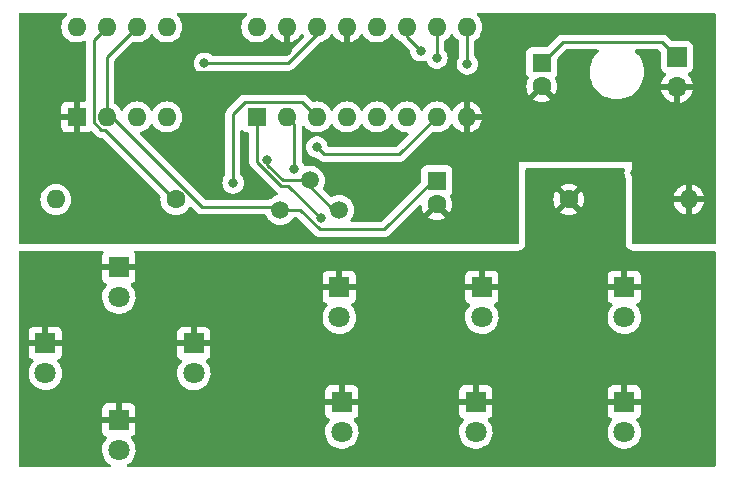
<source format=gbr>
%TF.GenerationSoftware,KiCad,Pcbnew,6.0.10-86aedd382b~118~ubuntu20.04.1*%
%TF.CreationDate,2023-02-21T22:20:47-08:00*%
%TF.ProjectId,SolderProject,536f6c64-6572-4507-926f-6a6563742e6b,rev?*%
%TF.SameCoordinates,Original*%
%TF.FileFunction,Copper,L1,Top*%
%TF.FilePolarity,Positive*%
%FSLAX46Y46*%
G04 Gerber Fmt 4.6, Leading zero omitted, Abs format (unit mm)*
G04 Created by KiCad (PCBNEW 6.0.10-86aedd382b~118~ubuntu20.04.1) date 2023-02-21 22:20:47*
%MOMM*%
%LPD*%
G01*
G04 APERTURE LIST*
%TA.AperFunction,ComponentPad*%
%ADD10R,1.800000X1.800000*%
%TD*%
%TA.AperFunction,ComponentPad*%
%ADD11C,1.800000*%
%TD*%
%TA.AperFunction,ComponentPad*%
%ADD12R,1.600000X1.600000*%
%TD*%
%TA.AperFunction,ComponentPad*%
%ADD13O,1.600000X1.600000*%
%TD*%
%TA.AperFunction,ComponentPad*%
%ADD14C,1.600000*%
%TD*%
%TA.AperFunction,ComponentPad*%
%ADD15R,1.700000X1.700000*%
%TD*%
%TA.AperFunction,ComponentPad*%
%ADD16O,1.700000X1.700000*%
%TD*%
%TA.AperFunction,ComponentPad*%
%ADD17C,1.500000*%
%TD*%
%TA.AperFunction,ViaPad*%
%ADD18C,0.800000*%
%TD*%
%TA.AperFunction,Conductor*%
%ADD19C,0.250000*%
%TD*%
G04 APERTURE END LIST*
D10*
%TO.P,D3,1,K*%
%TO.N,/LED_K*%
X108966000Y-95504000D03*
D11*
%TO.P,D3,2,A*%
%TO.N,Net-(D3-Pad2)*%
X108966000Y-98044000D03*
%TD*%
D10*
%TO.P,D2,1,K*%
%TO.N,/LED_K*%
X115316000Y-89027000D03*
D11*
%TO.P,D2,2,A*%
%TO.N,Net-(D2-Pad2)*%
X115316000Y-91567000D03*
%TD*%
D10*
%TO.P,D5,1,K*%
%TO.N,/LED_K*%
X127635000Y-84265000D03*
D11*
%TO.P,D5,2,A*%
%TO.N,Net-(D5-Pad2)*%
X127635000Y-86805000D03*
%TD*%
D12*
%TO.P,U1,1,GND*%
%TO.N,GND*%
X105410000Y-69850000D03*
D13*
%TO.P,U1,2,TR*%
%TO.N,Net-(C1-Pad1)*%
X107950000Y-69850000D03*
%TO.P,U1,3,Q*%
%TO.N,Net-(U1-Pad3)*%
X110490000Y-69850000D03*
%TO.P,U1,4,R*%
%TO.N,VCC*%
X113030000Y-69850000D03*
%TO.P,U1,5,CV*%
%TO.N,unconnected-(U1-Pad5)*%
X113030000Y-62230000D03*
%TO.P,U1,6,THR*%
%TO.N,Net-(C1-Pad1)*%
X110490000Y-62230000D03*
%TO.P,U1,7,DIS*%
%TO.N,Net-(R1-Pad1)*%
X107950000Y-62230000D03*
%TO.P,U1,8,VCC*%
%TO.N,VCC*%
X105410000Y-62230000D03*
%TD*%
D10*
%TO.P,D6,1,K*%
%TO.N,/LED_K*%
X127845000Y-93980000D03*
D11*
%TO.P,D6,2,A*%
%TO.N,Net-(D6-Pad2)*%
X127845000Y-96520000D03*
%TD*%
D12*
%TO.P,C1,1*%
%TO.N,Net-(C1-Pad1)*%
X135890000Y-75244888D03*
D14*
%TO.P,C1,2*%
%TO.N,GND*%
X135890000Y-77244888D03*
%TD*%
D12*
%TO.P,U2,1,Q5*%
%TO.N,Net-(D6-Pad2)*%
X120650000Y-69850000D03*
D13*
%TO.P,U2,2,Q1*%
%TO.N,Net-(D2-Pad2)*%
X123190000Y-69850000D03*
%TO.P,U2,3,Q0*%
%TO.N,Net-(D1-Pad2)*%
X125730000Y-69850000D03*
%TO.P,U2,4,Q2*%
%TO.N,Net-(D3-Pad2)*%
X128270000Y-69850000D03*
%TO.P,U2,5,Q6*%
%TO.N,Net-(D7-Pad2)*%
X130810000Y-69850000D03*
%TO.P,U2,6,Q7*%
%TO.N,Net-(D8-Pad2)*%
X133350000Y-69850000D03*
%TO.P,U2,7,Q3*%
%TO.N,Net-(D4-Pad2)*%
X135890000Y-69850000D03*
%TO.P,U2,8,VSS*%
%TO.N,GND*%
X138430000Y-69850000D03*
%TO.P,U2,9,Q8*%
%TO.N,Net-(D9-Pad2)*%
X138430000Y-62230000D03*
%TO.P,U2,10,Q4*%
%TO.N,Net-(D5-Pad2)*%
X135890000Y-62230000D03*
%TO.P,U2,11,Q9*%
%TO.N,Net-(D10-Pad2)*%
X133350000Y-62230000D03*
%TO.P,U2,12,Cout*%
%TO.N,unconnected-(U2-Pad12)*%
X130810000Y-62230000D03*
%TO.P,U2,13,CKEN*%
%TO.N,GND*%
X128270000Y-62230000D03*
%TO.P,U2,14,CLK*%
%TO.N,Net-(U1-Pad3)*%
X125730000Y-62230000D03*
%TO.P,U2,15,Reset*%
%TO.N,GND*%
X123190000Y-62230000D03*
%TO.P,U2,16,VDD*%
%TO.N,VCC*%
X120650000Y-62230000D03*
%TD*%
D14*
%TO.P,R3,1*%
%TO.N,/LED_K*%
X147066000Y-76835000D03*
D13*
%TO.P,R3,2*%
%TO.N,GND*%
X157226000Y-76835000D03*
%TD*%
D10*
%TO.P,D7,1,K*%
%TO.N,/LED_K*%
X139700000Y-84265000D03*
D11*
%TO.P,D7,2,A*%
%TO.N,Net-(D7-Pad2)*%
X139700000Y-86805000D03*
%TD*%
D10*
%TO.P,D1,1,K*%
%TO.N,/LED_K*%
X108966000Y-82550000D03*
D11*
%TO.P,D1,2,A*%
%TO.N,Net-(D1-Pad2)*%
X108966000Y-85090000D03*
%TD*%
D15*
%TO.P,B1,1,+*%
%TO.N,VCC*%
X156210000Y-64770000D03*
D16*
%TO.P,B1,2,-*%
%TO.N,GND*%
X156210000Y-67310000D03*
%TD*%
D17*
%TO.P,RV1,1,1*%
%TO.N,Net-(C1-Pad1)*%
X122635000Y-77724000D03*
%TO.P,RV1,2,2*%
%TO.N,Net-(R1-Pad1)*%
X125135000Y-75224000D03*
%TO.P,RV1,3,3*%
X127635000Y-77724000D03*
%TD*%
D10*
%TO.P,D9,1,K*%
%TO.N,/LED_K*%
X151765000Y-84265000D03*
D11*
%TO.P,D9,2,A*%
%TO.N,Net-(D9-Pad2)*%
X151765000Y-86805000D03*
%TD*%
D12*
%TO.P,C2,1*%
%TO.N,VCC*%
X144780000Y-65264440D03*
D14*
%TO.P,C2,2*%
%TO.N,GND*%
X144780000Y-67264440D03*
%TD*%
D10*
%TO.P,D10,1,K*%
%TO.N,/LED_K*%
X151765000Y-93980000D03*
D11*
%TO.P,D10,2,A*%
%TO.N,Net-(D10-Pad2)*%
X151765000Y-96520000D03*
%TD*%
D10*
%TO.P,D8,1,K*%
%TO.N,/LED_K*%
X139192000Y-93980000D03*
D11*
%TO.P,D8,2,A*%
%TO.N,Net-(D8-Pad2)*%
X139192000Y-96520000D03*
%TD*%
D14*
%TO.P,R1,1*%
%TO.N,Net-(R1-Pad1)*%
X113792000Y-76835000D03*
D13*
%TO.P,R1,2*%
%TO.N,VCC*%
X103632000Y-76835000D03*
%TD*%
D10*
%TO.P,D4,1,K*%
%TO.N,/LED_K*%
X102743000Y-89002000D03*
D11*
%TO.P,D4,2,A*%
%TO.N,Net-(D4-Pad2)*%
X102743000Y-91542000D03*
%TD*%
D18*
%TO.N,GND*%
X148920000Y-68260000D03*
X131445000Y-66040000D03*
X152670000Y-74590000D03*
X148580000Y-72680000D03*
X125095000Y-66040000D03*
X150930000Y-72350000D03*
X146950000Y-71460000D03*
X123190000Y-64224500D03*
X114300000Y-66040000D03*
X137123951Y-66675000D03*
X155610000Y-73540000D03*
%TO.N,Net-(U1-Pad3)*%
X116205000Y-65315500D03*
%TO.N,Net-(D1-Pad2)*%
X118641299Y-75423299D03*
%TO.N,Net-(D2-Pad2)*%
X123825000Y-74295000D03*
%TO.N,Net-(D4-Pad2)*%
X125730000Y-72390000D03*
%TO.N,Net-(D5-Pad2)*%
X135890000Y-64859500D03*
%TO.N,Net-(D6-Pad2)*%
X126047500Y-78422500D03*
%TO.N,Net-(D9-Pad2)*%
X138466049Y-65368951D03*
%TO.N,Net-(D10-Pad2)*%
X134530500Y-64224500D03*
%TO.N,Net-(R1-Pad1)*%
X121524549Y-73509951D03*
%TO.N,/LED_K*%
X135360000Y-88500000D03*
X125360000Y-90430000D03*
X146320000Y-80960000D03*
X149100000Y-78950000D03*
X130490000Y-90800000D03*
X122370000Y-92310000D03*
X135790000Y-91290000D03*
X131860000Y-92760000D03*
X127620000Y-90690000D03*
X148300000Y-83160000D03*
X147320000Y-78660000D03*
X143599500Y-83650000D03*
%TD*%
D19*
%TO.N,Net-(D1-Pad2)*%
X118641299Y-75423299D02*
X118618000Y-75400000D01*
X118618000Y-75400000D02*
X118618000Y-69632000D01*
X118618000Y-69632000D02*
X119670000Y-68580000D01*
X119670000Y-68580000D02*
X124460000Y-68580000D01*
X124460000Y-68580000D02*
X125730000Y-69850000D01*
%TO.N,Net-(C1-Pad1)*%
X122635000Y-77724000D02*
X124324000Y-77724000D01*
X124324000Y-77724000D02*
X125975000Y-79375000D01*
X125975000Y-79375000D02*
X131445000Y-79375000D01*
X131445000Y-79375000D02*
X135575112Y-75244888D01*
X135575112Y-75244888D02*
X135890000Y-75244888D01*
X107950000Y-69850000D02*
X107950000Y-64770000D01*
X122635000Y-77724000D02*
X122381000Y-77470000D01*
X108397991Y-69850000D02*
X107950000Y-69850000D01*
X116017991Y-77470000D02*
X108397991Y-69850000D01*
X107950000Y-64770000D02*
X110490000Y-62230000D01*
X122381000Y-77470000D02*
X116017991Y-77470000D01*
%TO.N,GND*%
X132080000Y-66675000D02*
X137123951Y-66675000D01*
X130175000Y-66040000D02*
X131445000Y-66040000D01*
X131445000Y-66040000D02*
X132080000Y-66675000D01*
X114300000Y-66040000D02*
X125095000Y-66040000D01*
X125095000Y-66040000D02*
X130175000Y-66040000D01*
X123190000Y-64224500D02*
X123190000Y-62230000D01*
%TO.N,Net-(U1-Pad3)*%
X123279500Y-65315500D02*
X125730000Y-62865000D01*
X125730000Y-62865000D02*
X125730000Y-62230000D01*
X116205000Y-65315500D02*
X123279500Y-65315500D01*
%TO.N,VCC*%
X144780000Y-65264440D02*
X146544440Y-63500000D01*
X146544440Y-63500000D02*
X154940000Y-63500000D01*
X154940000Y-63500000D02*
X156210000Y-64770000D01*
%TO.N,Net-(D2-Pad2)*%
X123825000Y-70485000D02*
X123190000Y-69850000D01*
X123825000Y-74295000D02*
X123825000Y-70485000D01*
%TO.N,Net-(D4-Pad2)*%
X126365000Y-73025000D02*
X132715000Y-73025000D01*
X132715000Y-73025000D02*
X135890000Y-69850000D01*
X125730000Y-72390000D02*
X126365000Y-73025000D01*
%TO.N,Net-(D5-Pad2)*%
X135890000Y-64859500D02*
X135890000Y-62230000D01*
%TO.N,Net-(D6-Pad2)*%
X126047500Y-78422500D02*
X123299000Y-75674000D01*
X120650000Y-73660000D02*
X120650000Y-69850000D01*
X123299000Y-75674000D02*
X122664000Y-75674000D01*
X122664000Y-75674000D02*
X120650000Y-73660000D01*
%TO.N,Net-(D9-Pad2)*%
X138430000Y-65332902D02*
X138430000Y-62230000D01*
X138466049Y-65368951D02*
X138430000Y-65332902D01*
%TO.N,Net-(D10-Pad2)*%
X134530500Y-64224500D02*
X133350000Y-63044000D01*
X133350000Y-63044000D02*
X133350000Y-62230000D01*
%TO.N,Net-(R1-Pad1)*%
X127127000Y-77724000D02*
X125135000Y-75732000D01*
X125135000Y-75732000D02*
X125135000Y-75224000D01*
X127635000Y-77724000D02*
X127127000Y-77724000D01*
X107484009Y-70975000D02*
X107805000Y-70975000D01*
X107950000Y-62230000D02*
X106825000Y-63355000D01*
X121524549Y-73509951D02*
X121524549Y-73898153D01*
X107805000Y-70975000D02*
X113665000Y-76835000D01*
X122850396Y-75224000D02*
X125135000Y-75224000D01*
X113665000Y-76835000D02*
X113792000Y-76835000D01*
X121524549Y-73898153D02*
X122850396Y-75224000D01*
X106825000Y-63355000D02*
X106825000Y-70315991D01*
X106825000Y-70315991D02*
X107484009Y-70975000D01*
%TD*%
%TA.AperFunction,Conductor*%
%TO.N,GND*%
G36*
X104536933Y-61036502D02*
G01*
X104583426Y-61090158D01*
X104593530Y-61160432D01*
X104564036Y-61225012D01*
X104557907Y-61231595D01*
X104403802Y-61385700D01*
X104272477Y-61573251D01*
X104270154Y-61578233D01*
X104270151Y-61578238D01*
X104270034Y-61578489D01*
X104175716Y-61780757D01*
X104174294Y-61786065D01*
X104174293Y-61786067D01*
X104118041Y-61996002D01*
X104116457Y-62001913D01*
X104096502Y-62230000D01*
X104116457Y-62458087D01*
X104175716Y-62679243D01*
X104178039Y-62684224D01*
X104178039Y-62684225D01*
X104270151Y-62881762D01*
X104270154Y-62881767D01*
X104272477Y-62886749D01*
X104325729Y-62962801D01*
X104395878Y-63062983D01*
X104403802Y-63074300D01*
X104565700Y-63236198D01*
X104570208Y-63239355D01*
X104570211Y-63239357D01*
X104626963Y-63279095D01*
X104753251Y-63367523D01*
X104758233Y-63369846D01*
X104758238Y-63369849D01*
X104954765Y-63461490D01*
X104960757Y-63464284D01*
X104966065Y-63465706D01*
X104966067Y-63465707D01*
X105176598Y-63522119D01*
X105176600Y-63522119D01*
X105181913Y-63523543D01*
X105410000Y-63543498D01*
X105638087Y-63523543D01*
X105643400Y-63522119D01*
X105643402Y-63522119D01*
X105853933Y-63465707D01*
X105853935Y-63465706D01*
X105859243Y-63464284D01*
X105875514Y-63456697D01*
X105972965Y-63411255D01*
X106012250Y-63392936D01*
X106082442Y-63382275D01*
X106147255Y-63411255D01*
X106186111Y-63470675D01*
X106191500Y-63507131D01*
X106191500Y-68416000D01*
X106171498Y-68484121D01*
X106117842Y-68530614D01*
X106065500Y-68542000D01*
X105682115Y-68542000D01*
X105666876Y-68546475D01*
X105665671Y-68547865D01*
X105664000Y-68555548D01*
X105664000Y-71139884D01*
X105668475Y-71155123D01*
X105669865Y-71156328D01*
X105677548Y-71157999D01*
X106254669Y-71157999D01*
X106261490Y-71157629D01*
X106312352Y-71152105D01*
X106327604Y-71148479D01*
X106448054Y-71103324D01*
X106463649Y-71094786D01*
X106515844Y-71055668D01*
X106582351Y-71030820D01*
X106651733Y-71045873D01*
X106680504Y-71067399D01*
X106980352Y-71367247D01*
X106987896Y-71375537D01*
X106992009Y-71382018D01*
X106997786Y-71387443D01*
X107041676Y-71428658D01*
X107044518Y-71431413D01*
X107064239Y-71451134D01*
X107067434Y-71453612D01*
X107076456Y-71461318D01*
X107108688Y-71491586D01*
X107115637Y-71495406D01*
X107126441Y-71501346D01*
X107142965Y-71512199D01*
X107158968Y-71524613D01*
X107199552Y-71542176D01*
X107210182Y-71547383D01*
X107248949Y-71568695D01*
X107256626Y-71570666D01*
X107256631Y-71570668D01*
X107268567Y-71573732D01*
X107287275Y-71580137D01*
X107305864Y-71588181D01*
X107313689Y-71589420D01*
X107313691Y-71589421D01*
X107349528Y-71595097D01*
X107361149Y-71597504D01*
X107396298Y-71606528D01*
X107403979Y-71608500D01*
X107424240Y-71608500D01*
X107443949Y-71610051D01*
X107463952Y-71613219D01*
X107481089Y-71611599D01*
X107550789Y-71625101D01*
X107582041Y-71647945D01*
X112460334Y-76526238D01*
X112494360Y-76588550D01*
X112496760Y-76626312D01*
X112478502Y-76835000D01*
X112498457Y-77063087D01*
X112499881Y-77068400D01*
X112499881Y-77068402D01*
X112509031Y-77102548D01*
X112557716Y-77284243D01*
X112560039Y-77289224D01*
X112560039Y-77289225D01*
X112652151Y-77486762D01*
X112652154Y-77486767D01*
X112654477Y-77491749D01*
X112657634Y-77496257D01*
X112736785Y-77609296D01*
X112785802Y-77679300D01*
X112947700Y-77841198D01*
X112952208Y-77844355D01*
X112952211Y-77844357D01*
X112998856Y-77877018D01*
X113135251Y-77972523D01*
X113140233Y-77974846D01*
X113140238Y-77974849D01*
X113285082Y-78042390D01*
X113342757Y-78069284D01*
X113348065Y-78070706D01*
X113348067Y-78070707D01*
X113558598Y-78127119D01*
X113558600Y-78127119D01*
X113563913Y-78128543D01*
X113792000Y-78148498D01*
X114020087Y-78128543D01*
X114025400Y-78127119D01*
X114025402Y-78127119D01*
X114235933Y-78070707D01*
X114235935Y-78070706D01*
X114241243Y-78069284D01*
X114298918Y-78042390D01*
X114443762Y-77974849D01*
X114443767Y-77974846D01*
X114448749Y-77972523D01*
X114585144Y-77877018D01*
X114631789Y-77844357D01*
X114631792Y-77844355D01*
X114636300Y-77841198D01*
X114798198Y-77679300D01*
X114847216Y-77609296D01*
X114929523Y-77491749D01*
X114930834Y-77492667D01*
X114976880Y-77448750D01*
X115046592Y-77435304D01*
X115112507Y-77461682D01*
X115123727Y-77471640D01*
X115514334Y-77862247D01*
X115521878Y-77870537D01*
X115525991Y-77877018D01*
X115531768Y-77882443D01*
X115575658Y-77923658D01*
X115578500Y-77926413D01*
X115598221Y-77946134D01*
X115601416Y-77948612D01*
X115610438Y-77956318D01*
X115642670Y-77986586D01*
X115649619Y-77990406D01*
X115660423Y-77996346D01*
X115676947Y-78007199D01*
X115692950Y-78019613D01*
X115733534Y-78037176D01*
X115744164Y-78042383D01*
X115782931Y-78063695D01*
X115790608Y-78065666D01*
X115790613Y-78065668D01*
X115802549Y-78068732D01*
X115821257Y-78075137D01*
X115839846Y-78083181D01*
X115847671Y-78084420D01*
X115847673Y-78084421D01*
X115883510Y-78090097D01*
X115895131Y-78092504D01*
X115930280Y-78101528D01*
X115937961Y-78103500D01*
X115958222Y-78103500D01*
X115977931Y-78105051D01*
X115997934Y-78108219D01*
X116005826Y-78107473D01*
X116011053Y-78106979D01*
X116041945Y-78104059D01*
X116053802Y-78103500D01*
X121343092Y-78103500D01*
X121411213Y-78123502D01*
X121457287Y-78176250D01*
X121538618Y-78350666D01*
X121538621Y-78350671D01*
X121540944Y-78355653D01*
X121544100Y-78360160D01*
X121544101Y-78360162D01*
X121628100Y-78480124D01*
X121667251Y-78536038D01*
X121822962Y-78691749D01*
X121827471Y-78694906D01*
X121827473Y-78694908D01*
X121889902Y-78738621D01*
X122003346Y-78818056D01*
X122202924Y-78911120D01*
X122415629Y-78968115D01*
X122635000Y-78987307D01*
X122854371Y-78968115D01*
X123067076Y-78911120D01*
X123266654Y-78818056D01*
X123380098Y-78738621D01*
X123442527Y-78694908D01*
X123442529Y-78694906D01*
X123447038Y-78691749D01*
X123602749Y-78536038D01*
X123690142Y-78411228D01*
X123745598Y-78366901D01*
X123793354Y-78357500D01*
X124009406Y-78357500D01*
X124077527Y-78377502D01*
X124098501Y-78394405D01*
X125471343Y-79767247D01*
X125478887Y-79775537D01*
X125483000Y-79782018D01*
X125488777Y-79787443D01*
X125532667Y-79828658D01*
X125535509Y-79831413D01*
X125555231Y-79851135D01*
X125558355Y-79853558D01*
X125558359Y-79853562D01*
X125558424Y-79853612D01*
X125567445Y-79861317D01*
X125599679Y-79891586D01*
X125606627Y-79895405D01*
X125606629Y-79895407D01*
X125617432Y-79901346D01*
X125633959Y-79912202D01*
X125643698Y-79919757D01*
X125643700Y-79919758D01*
X125649960Y-79924614D01*
X125690540Y-79942174D01*
X125701188Y-79947391D01*
X125725976Y-79961018D01*
X125739940Y-79968695D01*
X125747616Y-79970666D01*
X125747619Y-79970667D01*
X125759562Y-79973733D01*
X125778267Y-79980137D01*
X125796855Y-79988181D01*
X125804678Y-79989420D01*
X125804688Y-79989423D01*
X125840524Y-79995099D01*
X125852144Y-79997505D01*
X125883959Y-80005673D01*
X125894970Y-80008500D01*
X125915224Y-80008500D01*
X125934934Y-80010051D01*
X125954943Y-80013220D01*
X125962835Y-80012474D01*
X125981580Y-80010702D01*
X125998962Y-80009059D01*
X126010819Y-80008500D01*
X131366233Y-80008500D01*
X131377416Y-80009027D01*
X131384909Y-80010702D01*
X131392835Y-80010453D01*
X131392836Y-80010453D01*
X131452986Y-80008562D01*
X131456945Y-80008500D01*
X131484856Y-80008500D01*
X131488791Y-80008003D01*
X131488856Y-80007995D01*
X131500693Y-80007062D01*
X131532951Y-80006048D01*
X131536970Y-80005922D01*
X131544889Y-80005673D01*
X131564343Y-80000021D01*
X131583700Y-79996013D01*
X131595930Y-79994468D01*
X131595931Y-79994468D01*
X131603797Y-79993474D01*
X131611168Y-79990555D01*
X131611170Y-79990555D01*
X131644912Y-79977196D01*
X131656142Y-79973351D01*
X131690983Y-79963229D01*
X131690984Y-79963229D01*
X131698593Y-79961018D01*
X131705412Y-79956985D01*
X131705417Y-79956983D01*
X131716028Y-79950707D01*
X131733776Y-79942012D01*
X131752617Y-79934552D01*
X131788387Y-79908564D01*
X131798307Y-79902048D01*
X131829535Y-79883580D01*
X131829538Y-79883578D01*
X131836362Y-79879542D01*
X131850683Y-79865221D01*
X131865717Y-79852380D01*
X131867431Y-79851135D01*
X131882107Y-79840472D01*
X131910298Y-79806395D01*
X131918288Y-79797616D01*
X133384954Y-78330950D01*
X135168493Y-78330950D01*
X135177789Y-78342965D01*
X135228994Y-78378819D01*
X135238489Y-78384302D01*
X135435947Y-78476378D01*
X135446239Y-78480124D01*
X135656688Y-78536513D01*
X135667481Y-78538416D01*
X135884525Y-78557405D01*
X135895475Y-78557405D01*
X136112519Y-78538416D01*
X136123312Y-78536513D01*
X136333761Y-78480124D01*
X136344053Y-78476378D01*
X136541511Y-78384302D01*
X136551006Y-78378819D01*
X136603048Y-78342379D01*
X136611424Y-78331900D01*
X136604356Y-78318454D01*
X135902812Y-77616910D01*
X135888868Y-77609296D01*
X135887035Y-77609427D01*
X135880420Y-77613678D01*
X135174923Y-78319175D01*
X135168493Y-78330950D01*
X133384954Y-78330950D01*
X134377411Y-77338493D01*
X134439723Y-77304467D01*
X134510538Y-77309532D01*
X134567374Y-77352079D01*
X134592027Y-77416606D01*
X134596472Y-77467408D01*
X134598375Y-77478200D01*
X134654764Y-77688649D01*
X134658510Y-77698941D01*
X134750586Y-77896399D01*
X134756069Y-77905894D01*
X134792509Y-77957936D01*
X134802988Y-77966312D01*
X134816434Y-77959244D01*
X135800905Y-76974773D01*
X135863217Y-76940747D01*
X135934032Y-76945812D01*
X135979095Y-76974773D01*
X136964287Y-77959965D01*
X136976062Y-77966395D01*
X136988077Y-77957099D01*
X137023931Y-77905894D01*
X137029414Y-77896399D01*
X137121490Y-77698941D01*
X137125236Y-77688649D01*
X137181625Y-77478200D01*
X137183528Y-77467407D01*
X137202517Y-77250363D01*
X137202517Y-77239413D01*
X137183528Y-77022369D01*
X137181625Y-77011576D01*
X137125236Y-76801127D01*
X137121490Y-76790835D01*
X137029414Y-76593377D01*
X137023929Y-76583877D01*
X137023299Y-76582978D01*
X137023144Y-76582518D01*
X137021182Y-76579120D01*
X137021865Y-76578726D01*
X137000612Y-76515704D01*
X137017898Y-76446844D01*
X137040934Y-76421085D01*
X137039730Y-76419881D01*
X137046081Y-76413530D01*
X137053261Y-76408149D01*
X137058642Y-76400969D01*
X137058645Y-76400966D01*
X137135229Y-76298779D01*
X137140615Y-76291593D01*
X137191745Y-76155204D01*
X137198500Y-76093022D01*
X137198500Y-74396754D01*
X137191745Y-74334572D01*
X137140615Y-74198183D01*
X137053261Y-74081627D01*
X136936705Y-73994273D01*
X136800316Y-73943143D01*
X136738134Y-73936388D01*
X135041866Y-73936388D01*
X134979684Y-73943143D01*
X134843295Y-73994273D01*
X134726739Y-74081627D01*
X134639385Y-74198183D01*
X134588255Y-74334572D01*
X134581500Y-74396754D01*
X134581500Y-75290405D01*
X134561498Y-75358526D01*
X134544595Y-75379500D01*
X131219500Y-78704595D01*
X131157188Y-78738621D01*
X131130405Y-78741500D01*
X128699928Y-78741500D01*
X128631807Y-78721498D01*
X128585314Y-78667842D01*
X128575210Y-78597568D01*
X128602702Y-78536085D01*
X128602749Y-78536038D01*
X128729056Y-78355653D01*
X128731379Y-78350671D01*
X128731382Y-78350666D01*
X128778585Y-78249438D01*
X128822120Y-78156076D01*
X128879115Y-77943371D01*
X128898307Y-77724000D01*
X128879115Y-77504629D01*
X128822120Y-77291924D01*
X128778585Y-77198562D01*
X128731382Y-77097334D01*
X128731379Y-77097329D01*
X128729056Y-77092347D01*
X128626451Y-76945812D01*
X128605908Y-76916473D01*
X128605906Y-76916470D01*
X128602749Y-76911962D01*
X128447038Y-76756251D01*
X128266654Y-76629944D01*
X128067076Y-76536880D01*
X127854371Y-76479885D01*
X127635000Y-76460693D01*
X127415629Y-76479885D01*
X127202924Y-76536880D01*
X127032500Y-76616350D01*
X126962308Y-76627011D01*
X126897496Y-76598031D01*
X126890155Y-76591250D01*
X126267750Y-75968845D01*
X126233724Y-75906533D01*
X126238789Y-75835718D01*
X126242650Y-75826500D01*
X126319795Y-75661061D01*
X126322120Y-75656076D01*
X126379115Y-75443371D01*
X126398307Y-75224000D01*
X126379115Y-75004629D01*
X126322120Y-74791924D01*
X126276877Y-74694899D01*
X126231382Y-74597334D01*
X126231379Y-74597329D01*
X126229056Y-74592347D01*
X126102749Y-74411962D01*
X125947038Y-74256251D01*
X125766654Y-74129944D01*
X125567076Y-74036880D01*
X125354371Y-73979885D01*
X125135000Y-73960693D01*
X124915629Y-73979885D01*
X124910323Y-73981307D01*
X124910316Y-73981308D01*
X124812403Y-74007544D01*
X124741427Y-74005854D01*
X124682631Y-73966060D01*
X124665647Y-73935136D01*
X124664253Y-73935757D01*
X124661569Y-73929728D01*
X124659527Y-73923444D01*
X124564040Y-73758056D01*
X124490863Y-73676785D01*
X124460147Y-73612779D01*
X124458500Y-73592476D01*
X124458500Y-70715031D01*
X124478502Y-70646910D01*
X124532158Y-70600417D01*
X124602432Y-70590313D01*
X124667012Y-70619807D01*
X124687713Y-70642760D01*
X124723802Y-70694300D01*
X124885700Y-70856198D01*
X124890208Y-70859355D01*
X124890211Y-70859357D01*
X124931195Y-70888054D01*
X125073251Y-70987523D01*
X125078233Y-70989846D01*
X125078238Y-70989849D01*
X125266425Y-71077601D01*
X125280757Y-71084284D01*
X125286065Y-71085706D01*
X125286067Y-71085707D01*
X125496598Y-71142119D01*
X125496600Y-71142119D01*
X125501913Y-71143543D01*
X125730000Y-71163498D01*
X125958087Y-71143543D01*
X125963400Y-71142119D01*
X125963402Y-71142119D01*
X126173933Y-71085707D01*
X126173935Y-71085706D01*
X126179243Y-71084284D01*
X126193575Y-71077601D01*
X126381762Y-70989849D01*
X126381767Y-70989846D01*
X126386749Y-70987523D01*
X126528805Y-70888054D01*
X126569789Y-70859357D01*
X126569792Y-70859355D01*
X126574300Y-70856198D01*
X126736198Y-70694300D01*
X126867523Y-70506749D01*
X126869846Y-70501767D01*
X126869849Y-70501762D01*
X126885805Y-70467543D01*
X126932722Y-70414258D01*
X127000999Y-70394797D01*
X127068959Y-70415339D01*
X127114195Y-70467543D01*
X127130151Y-70501762D01*
X127130154Y-70501767D01*
X127132477Y-70506749D01*
X127263802Y-70694300D01*
X127425700Y-70856198D01*
X127430208Y-70859355D01*
X127430211Y-70859357D01*
X127471195Y-70888054D01*
X127613251Y-70987523D01*
X127618233Y-70989846D01*
X127618238Y-70989849D01*
X127806425Y-71077601D01*
X127820757Y-71084284D01*
X127826065Y-71085706D01*
X127826067Y-71085707D01*
X128036598Y-71142119D01*
X128036600Y-71142119D01*
X128041913Y-71143543D01*
X128270000Y-71163498D01*
X128498087Y-71143543D01*
X128503400Y-71142119D01*
X128503402Y-71142119D01*
X128713933Y-71085707D01*
X128713935Y-71085706D01*
X128719243Y-71084284D01*
X128733575Y-71077601D01*
X128921762Y-70989849D01*
X128921767Y-70989846D01*
X128926749Y-70987523D01*
X129068805Y-70888054D01*
X129109789Y-70859357D01*
X129109792Y-70859355D01*
X129114300Y-70856198D01*
X129276198Y-70694300D01*
X129407523Y-70506749D01*
X129409846Y-70501767D01*
X129409849Y-70501762D01*
X129425805Y-70467543D01*
X129472722Y-70414258D01*
X129540999Y-70394797D01*
X129608959Y-70415339D01*
X129654195Y-70467543D01*
X129670151Y-70501762D01*
X129670154Y-70501767D01*
X129672477Y-70506749D01*
X129803802Y-70694300D01*
X129965700Y-70856198D01*
X129970208Y-70859355D01*
X129970211Y-70859357D01*
X130011195Y-70888054D01*
X130153251Y-70987523D01*
X130158233Y-70989846D01*
X130158238Y-70989849D01*
X130346425Y-71077601D01*
X130360757Y-71084284D01*
X130366065Y-71085706D01*
X130366067Y-71085707D01*
X130576598Y-71142119D01*
X130576600Y-71142119D01*
X130581913Y-71143543D01*
X130810000Y-71163498D01*
X131038087Y-71143543D01*
X131043400Y-71142119D01*
X131043402Y-71142119D01*
X131253933Y-71085707D01*
X131253935Y-71085706D01*
X131259243Y-71084284D01*
X131273575Y-71077601D01*
X131461762Y-70989849D01*
X131461767Y-70989846D01*
X131466749Y-70987523D01*
X131608805Y-70888054D01*
X131649789Y-70859357D01*
X131649792Y-70859355D01*
X131654300Y-70856198D01*
X131816198Y-70694300D01*
X131947523Y-70506749D01*
X131949846Y-70501767D01*
X131949849Y-70501762D01*
X131965805Y-70467543D01*
X132012722Y-70414258D01*
X132080999Y-70394797D01*
X132148959Y-70415339D01*
X132194195Y-70467543D01*
X132210151Y-70501762D01*
X132210154Y-70501767D01*
X132212477Y-70506749D01*
X132343802Y-70694300D01*
X132505700Y-70856198D01*
X132510208Y-70859355D01*
X132510211Y-70859357D01*
X132551195Y-70888054D01*
X132693251Y-70987523D01*
X132698233Y-70989846D01*
X132698238Y-70989849D01*
X132886425Y-71077601D01*
X132900757Y-71084284D01*
X132906065Y-71085706D01*
X132906067Y-71085707D01*
X133116598Y-71142119D01*
X133116600Y-71142119D01*
X133121913Y-71143543D01*
X133350000Y-71163498D01*
X133355475Y-71163019D01*
X133355485Y-71163019D01*
X133367428Y-71161974D01*
X133437033Y-71175962D01*
X133488026Y-71225361D01*
X133504217Y-71294486D01*
X133480465Y-71361392D01*
X133467506Y-71376589D01*
X132489500Y-72354595D01*
X132427188Y-72388621D01*
X132400405Y-72391500D01*
X126757113Y-72391500D01*
X126688992Y-72371498D01*
X126642499Y-72317842D01*
X126631803Y-72278671D01*
X126624232Y-72206634D01*
X126624231Y-72206631D01*
X126623542Y-72200072D01*
X126564527Y-72018444D01*
X126469040Y-71853056D01*
X126341253Y-71711134D01*
X126206485Y-71613219D01*
X126192094Y-71602763D01*
X126192093Y-71602762D01*
X126186752Y-71598882D01*
X126180724Y-71596198D01*
X126180722Y-71596197D01*
X126018319Y-71523891D01*
X126018318Y-71523891D01*
X126012288Y-71521206D01*
X125918855Y-71501346D01*
X125831944Y-71482872D01*
X125831939Y-71482872D01*
X125825487Y-71481500D01*
X125634513Y-71481500D01*
X125628061Y-71482872D01*
X125628056Y-71482872D01*
X125541145Y-71501346D01*
X125447712Y-71521206D01*
X125441682Y-71523891D01*
X125441681Y-71523891D01*
X125279278Y-71596197D01*
X125279276Y-71596198D01*
X125273248Y-71598882D01*
X125267907Y-71602762D01*
X125267906Y-71602763D01*
X125253515Y-71613219D01*
X125118747Y-71711134D01*
X124990960Y-71853056D01*
X124895473Y-72018444D01*
X124836458Y-72200072D01*
X124816496Y-72390000D01*
X124817186Y-72396565D01*
X124832424Y-72541543D01*
X124836458Y-72579928D01*
X124895473Y-72761556D01*
X124990960Y-72926944D01*
X125118747Y-73068866D01*
X125273248Y-73181118D01*
X125279276Y-73183802D01*
X125279278Y-73183803D01*
X125441681Y-73256109D01*
X125447712Y-73258794D01*
X125541113Y-73278647D01*
X125628056Y-73297128D01*
X125628061Y-73297128D01*
X125634513Y-73298500D01*
X125690406Y-73298500D01*
X125758527Y-73318502D01*
X125779501Y-73335405D01*
X125861343Y-73417247D01*
X125868887Y-73425537D01*
X125873000Y-73432018D01*
X125878777Y-73437443D01*
X125922667Y-73478658D01*
X125925509Y-73481413D01*
X125945231Y-73501135D01*
X125948355Y-73503558D01*
X125948359Y-73503562D01*
X125948424Y-73503612D01*
X125957445Y-73511317D01*
X125989679Y-73541586D01*
X125996627Y-73545405D01*
X125996629Y-73545407D01*
X126007432Y-73551346D01*
X126023959Y-73562202D01*
X126033698Y-73569757D01*
X126033700Y-73569758D01*
X126039960Y-73574614D01*
X126080540Y-73592174D01*
X126091188Y-73597391D01*
X126119179Y-73612779D01*
X126129940Y-73618695D01*
X126137616Y-73620666D01*
X126137619Y-73620667D01*
X126149562Y-73623733D01*
X126168267Y-73630137D01*
X126186855Y-73638181D01*
X126194678Y-73639420D01*
X126194688Y-73639423D01*
X126230524Y-73645099D01*
X126242144Y-73647505D01*
X126273959Y-73655673D01*
X126284970Y-73658500D01*
X126305224Y-73658500D01*
X126324934Y-73660051D01*
X126344943Y-73663220D01*
X126352835Y-73662474D01*
X126372691Y-73660597D01*
X126388962Y-73659059D01*
X126400819Y-73658500D01*
X132636233Y-73658500D01*
X132647416Y-73659027D01*
X132654909Y-73660702D01*
X132662835Y-73660453D01*
X132662836Y-73660453D01*
X132722986Y-73658562D01*
X132726945Y-73658500D01*
X132754856Y-73658500D01*
X132758791Y-73658003D01*
X132758856Y-73657995D01*
X132770693Y-73657062D01*
X132802951Y-73656048D01*
X132806970Y-73655922D01*
X132814889Y-73655673D01*
X132834343Y-73650021D01*
X132853700Y-73646013D01*
X132865930Y-73644468D01*
X132865931Y-73644468D01*
X132873797Y-73643474D01*
X132881168Y-73640555D01*
X132881170Y-73640555D01*
X132914912Y-73627196D01*
X132926142Y-73623351D01*
X132960983Y-73613229D01*
X132960984Y-73613229D01*
X132968593Y-73611018D01*
X132975412Y-73606985D01*
X132975417Y-73606983D01*
X132986028Y-73600707D01*
X133003776Y-73592012D01*
X133022617Y-73584552D01*
X133058387Y-73558564D01*
X133068307Y-73552048D01*
X133099535Y-73533580D01*
X133099538Y-73533578D01*
X133106362Y-73529542D01*
X133120683Y-73515221D01*
X133135717Y-73502380D01*
X133137431Y-73501135D01*
X133152107Y-73490472D01*
X133180298Y-73456395D01*
X133188288Y-73447616D01*
X135476752Y-71159152D01*
X135539064Y-71125126D01*
X135598459Y-71126541D01*
X135656591Y-71142118D01*
X135656602Y-71142120D01*
X135661913Y-71143543D01*
X135890000Y-71163498D01*
X136118087Y-71143543D01*
X136123400Y-71142119D01*
X136123402Y-71142119D01*
X136333933Y-71085707D01*
X136333935Y-71085706D01*
X136339243Y-71084284D01*
X136353575Y-71077601D01*
X136541762Y-70989849D01*
X136541767Y-70989846D01*
X136546749Y-70987523D01*
X136688805Y-70888054D01*
X136729789Y-70859357D01*
X136729792Y-70859355D01*
X136734300Y-70856198D01*
X136896198Y-70694300D01*
X137027523Y-70506749D01*
X137029846Y-70501767D01*
X137029849Y-70501762D01*
X137046081Y-70466951D01*
X137092998Y-70413666D01*
X137161275Y-70394205D01*
X137229235Y-70414747D01*
X137274471Y-70466951D01*
X137290586Y-70501511D01*
X137296069Y-70511007D01*
X137421028Y-70689467D01*
X137428084Y-70697875D01*
X137582125Y-70851916D01*
X137590533Y-70858972D01*
X137768993Y-70983931D01*
X137778489Y-70989414D01*
X137975947Y-71081490D01*
X137986239Y-71085236D01*
X138158503Y-71131394D01*
X138172599Y-71131058D01*
X138176000Y-71123116D01*
X138176000Y-71117967D01*
X138684000Y-71117967D01*
X138687973Y-71131498D01*
X138696522Y-71132727D01*
X138873761Y-71085236D01*
X138884053Y-71081490D01*
X139081511Y-70989414D01*
X139091007Y-70983931D01*
X139269467Y-70858972D01*
X139277875Y-70851916D01*
X139431916Y-70697875D01*
X139438972Y-70689467D01*
X139563931Y-70511007D01*
X139569414Y-70501511D01*
X139661490Y-70304053D01*
X139665236Y-70293761D01*
X139711394Y-70121497D01*
X139711058Y-70107401D01*
X139703116Y-70104000D01*
X138702115Y-70104000D01*
X138686876Y-70108475D01*
X138685671Y-70109865D01*
X138684000Y-70117548D01*
X138684000Y-71117967D01*
X138176000Y-71117967D01*
X138176000Y-69577885D01*
X138684000Y-69577885D01*
X138688475Y-69593124D01*
X138689865Y-69594329D01*
X138697548Y-69596000D01*
X139697967Y-69596000D01*
X139711498Y-69592027D01*
X139712727Y-69583478D01*
X139665236Y-69406239D01*
X139661490Y-69395947D01*
X139569414Y-69198489D01*
X139563931Y-69188993D01*
X139438972Y-69010533D01*
X139431916Y-69002125D01*
X139277875Y-68848084D01*
X139269467Y-68841028D01*
X139091007Y-68716069D01*
X139081511Y-68710586D01*
X138884053Y-68618510D01*
X138873761Y-68614764D01*
X138701497Y-68568606D01*
X138687401Y-68568942D01*
X138684000Y-68576884D01*
X138684000Y-69577885D01*
X138176000Y-69577885D01*
X138176000Y-68582033D01*
X138172027Y-68568502D01*
X138163478Y-68567273D01*
X137986239Y-68614764D01*
X137975947Y-68618510D01*
X137778489Y-68710586D01*
X137768993Y-68716069D01*
X137590533Y-68841028D01*
X137582125Y-68848084D01*
X137428084Y-69002125D01*
X137421028Y-69010533D01*
X137296069Y-69188993D01*
X137290586Y-69198489D01*
X137274471Y-69233049D01*
X137227554Y-69286334D01*
X137159277Y-69305795D01*
X137091317Y-69285253D01*
X137046081Y-69233049D01*
X137029849Y-69198238D01*
X137029846Y-69198233D01*
X137027523Y-69193251D01*
X136896198Y-69005700D01*
X136734300Y-68843802D01*
X136729792Y-68840645D01*
X136729789Y-68840643D01*
X136577228Y-68733819D01*
X136546749Y-68712477D01*
X136541767Y-68710154D01*
X136541762Y-68710151D01*
X136344225Y-68618039D01*
X136344224Y-68618039D01*
X136339243Y-68615716D01*
X136333935Y-68614294D01*
X136333933Y-68614293D01*
X136123402Y-68557881D01*
X136123400Y-68557881D01*
X136118087Y-68556457D01*
X135890000Y-68536502D01*
X135661913Y-68556457D01*
X135656600Y-68557881D01*
X135656598Y-68557881D01*
X135446067Y-68614293D01*
X135446065Y-68614294D01*
X135440757Y-68615716D01*
X135435776Y-68618039D01*
X135435775Y-68618039D01*
X135238238Y-68710151D01*
X135238233Y-68710154D01*
X135233251Y-68712477D01*
X135202772Y-68733819D01*
X135050211Y-68840643D01*
X135050208Y-68840645D01*
X135045700Y-68843802D01*
X134883802Y-69005700D01*
X134752477Y-69193251D01*
X134750154Y-69198233D01*
X134750151Y-69198238D01*
X134734195Y-69232457D01*
X134687278Y-69285742D01*
X134619001Y-69305203D01*
X134551041Y-69284661D01*
X134505805Y-69232457D01*
X134489849Y-69198238D01*
X134489846Y-69198233D01*
X134487523Y-69193251D01*
X134356198Y-69005700D01*
X134194300Y-68843802D01*
X134189792Y-68840645D01*
X134189789Y-68840643D01*
X134037228Y-68733819D01*
X134006749Y-68712477D01*
X134001767Y-68710154D01*
X134001762Y-68710151D01*
X133804225Y-68618039D01*
X133804224Y-68618039D01*
X133799243Y-68615716D01*
X133793935Y-68614294D01*
X133793933Y-68614293D01*
X133583402Y-68557881D01*
X133583400Y-68557881D01*
X133578087Y-68556457D01*
X133350000Y-68536502D01*
X133121913Y-68556457D01*
X133116600Y-68557881D01*
X133116598Y-68557881D01*
X132906067Y-68614293D01*
X132906065Y-68614294D01*
X132900757Y-68615716D01*
X132895776Y-68618039D01*
X132895775Y-68618039D01*
X132698238Y-68710151D01*
X132698233Y-68710154D01*
X132693251Y-68712477D01*
X132662772Y-68733819D01*
X132510211Y-68840643D01*
X132510208Y-68840645D01*
X132505700Y-68843802D01*
X132343802Y-69005700D01*
X132212477Y-69193251D01*
X132210154Y-69198233D01*
X132210151Y-69198238D01*
X132194195Y-69232457D01*
X132147278Y-69285742D01*
X132079001Y-69305203D01*
X132011041Y-69284661D01*
X131965805Y-69232457D01*
X131949849Y-69198238D01*
X131949846Y-69198233D01*
X131947523Y-69193251D01*
X131816198Y-69005700D01*
X131654300Y-68843802D01*
X131649792Y-68840645D01*
X131649789Y-68840643D01*
X131497228Y-68733819D01*
X131466749Y-68712477D01*
X131461767Y-68710154D01*
X131461762Y-68710151D01*
X131264225Y-68618039D01*
X131264224Y-68618039D01*
X131259243Y-68615716D01*
X131253935Y-68614294D01*
X131253933Y-68614293D01*
X131043402Y-68557881D01*
X131043400Y-68557881D01*
X131038087Y-68556457D01*
X130810000Y-68536502D01*
X130581913Y-68556457D01*
X130576600Y-68557881D01*
X130576598Y-68557881D01*
X130366067Y-68614293D01*
X130366065Y-68614294D01*
X130360757Y-68615716D01*
X130355776Y-68618039D01*
X130355775Y-68618039D01*
X130158238Y-68710151D01*
X130158233Y-68710154D01*
X130153251Y-68712477D01*
X130122772Y-68733819D01*
X129970211Y-68840643D01*
X129970208Y-68840645D01*
X129965700Y-68843802D01*
X129803802Y-69005700D01*
X129672477Y-69193251D01*
X129670154Y-69198233D01*
X129670151Y-69198238D01*
X129654195Y-69232457D01*
X129607278Y-69285742D01*
X129539001Y-69305203D01*
X129471041Y-69284661D01*
X129425805Y-69232457D01*
X129409849Y-69198238D01*
X129409846Y-69198233D01*
X129407523Y-69193251D01*
X129276198Y-69005700D01*
X129114300Y-68843802D01*
X129109792Y-68840645D01*
X129109789Y-68840643D01*
X128957228Y-68733819D01*
X128926749Y-68712477D01*
X128921767Y-68710154D01*
X128921762Y-68710151D01*
X128724225Y-68618039D01*
X128724224Y-68618039D01*
X128719243Y-68615716D01*
X128713935Y-68614294D01*
X128713933Y-68614293D01*
X128503402Y-68557881D01*
X128503400Y-68557881D01*
X128498087Y-68556457D01*
X128270000Y-68536502D01*
X128041913Y-68556457D01*
X128036600Y-68557881D01*
X128036598Y-68557881D01*
X127826067Y-68614293D01*
X127826065Y-68614294D01*
X127820757Y-68615716D01*
X127815776Y-68618039D01*
X127815775Y-68618039D01*
X127618238Y-68710151D01*
X127618233Y-68710154D01*
X127613251Y-68712477D01*
X127582772Y-68733819D01*
X127430211Y-68840643D01*
X127430208Y-68840645D01*
X127425700Y-68843802D01*
X127263802Y-69005700D01*
X127132477Y-69193251D01*
X127130154Y-69198233D01*
X127130151Y-69198238D01*
X127114195Y-69232457D01*
X127067278Y-69285742D01*
X126999001Y-69305203D01*
X126931041Y-69284661D01*
X126885805Y-69232457D01*
X126869849Y-69198238D01*
X126869846Y-69198233D01*
X126867523Y-69193251D01*
X126736198Y-69005700D01*
X126574300Y-68843802D01*
X126569792Y-68840645D01*
X126569789Y-68840643D01*
X126417228Y-68733819D01*
X126386749Y-68712477D01*
X126381767Y-68710154D01*
X126381762Y-68710151D01*
X126184225Y-68618039D01*
X126184224Y-68618039D01*
X126179243Y-68615716D01*
X126173935Y-68614294D01*
X126173933Y-68614293D01*
X125963402Y-68557881D01*
X125963400Y-68557881D01*
X125958087Y-68556457D01*
X125730000Y-68536502D01*
X125501913Y-68556457D01*
X125438458Y-68573460D01*
X125367482Y-68571770D01*
X125316753Y-68540848D01*
X125126407Y-68350502D01*
X144058493Y-68350502D01*
X144067789Y-68362517D01*
X144118994Y-68398371D01*
X144128489Y-68403854D01*
X144325947Y-68495930D01*
X144336239Y-68499676D01*
X144546688Y-68556065D01*
X144557481Y-68557968D01*
X144774525Y-68576957D01*
X144785475Y-68576957D01*
X145002519Y-68557968D01*
X145013312Y-68556065D01*
X145223761Y-68499676D01*
X145234053Y-68495930D01*
X145431511Y-68403854D01*
X145441006Y-68398371D01*
X145493048Y-68361931D01*
X145501424Y-68351452D01*
X145494356Y-68338006D01*
X144792812Y-67636462D01*
X144778868Y-67628848D01*
X144777035Y-67628979D01*
X144770420Y-67633230D01*
X144064923Y-68338727D01*
X144058493Y-68350502D01*
X125126407Y-68350502D01*
X124963652Y-68187747D01*
X124956112Y-68179461D01*
X124952000Y-68172982D01*
X124902348Y-68126356D01*
X124899507Y-68123602D01*
X124879770Y-68103865D01*
X124876573Y-68101385D01*
X124867551Y-68093680D01*
X124863397Y-68089779D01*
X124835321Y-68063414D01*
X124828375Y-68059595D01*
X124828372Y-68059593D01*
X124817566Y-68053652D01*
X124801047Y-68042801D01*
X124799897Y-68041909D01*
X124785041Y-68030386D01*
X124777772Y-68027241D01*
X124777768Y-68027238D01*
X124744463Y-68012826D01*
X124733813Y-68007609D01*
X124695060Y-67986305D01*
X124675437Y-67981267D01*
X124656734Y-67974863D01*
X124645420Y-67969967D01*
X124645419Y-67969967D01*
X124638145Y-67966819D01*
X124630322Y-67965580D01*
X124630312Y-67965577D01*
X124594476Y-67959901D01*
X124582856Y-67957495D01*
X124547711Y-67948472D01*
X124547710Y-67948472D01*
X124540030Y-67946500D01*
X124519776Y-67946500D01*
X124500065Y-67944949D01*
X124487886Y-67943020D01*
X124480057Y-67941780D01*
X124450786Y-67944547D01*
X124436039Y-67945941D01*
X124424181Y-67946500D01*
X119748768Y-67946500D01*
X119737585Y-67945973D01*
X119730092Y-67944298D01*
X119722166Y-67944547D01*
X119722165Y-67944547D01*
X119662002Y-67946438D01*
X119658044Y-67946500D01*
X119630144Y-67946500D01*
X119626154Y-67947004D01*
X119614320Y-67947936D01*
X119570111Y-67949326D01*
X119562495Y-67951539D01*
X119562493Y-67951539D01*
X119550652Y-67954979D01*
X119531293Y-67958988D01*
X119529983Y-67959154D01*
X119511203Y-67961526D01*
X119503837Y-67964442D01*
X119503831Y-67964444D01*
X119470098Y-67977800D01*
X119458868Y-67981645D01*
X119442828Y-67986305D01*
X119416407Y-67993981D01*
X119409584Y-67998016D01*
X119398966Y-68004295D01*
X119381213Y-68012992D01*
X119373568Y-68016019D01*
X119362383Y-68020448D01*
X119348705Y-68030386D01*
X119326612Y-68046437D01*
X119316695Y-68052951D01*
X119278638Y-68075458D01*
X119264317Y-68089779D01*
X119249284Y-68102619D01*
X119232893Y-68114528D01*
X119224217Y-68125016D01*
X119204702Y-68148605D01*
X119196722Y-68157374D01*
X118225736Y-69128359D01*
X118217462Y-69135888D01*
X118210982Y-69140000D01*
X118205557Y-69145777D01*
X118164357Y-69189651D01*
X118161602Y-69192493D01*
X118141865Y-69212230D01*
X118139385Y-69215427D01*
X118131682Y-69224447D01*
X118101414Y-69256679D01*
X118097595Y-69263625D01*
X118097593Y-69263628D01*
X118091652Y-69274434D01*
X118080801Y-69290953D01*
X118068386Y-69306959D01*
X118065241Y-69314228D01*
X118065238Y-69314232D01*
X118050826Y-69347537D01*
X118045609Y-69358187D01*
X118024305Y-69396940D01*
X118022334Y-69404615D01*
X118022334Y-69404616D01*
X118019267Y-69416562D01*
X118012863Y-69435266D01*
X118004819Y-69453855D01*
X118003580Y-69461678D01*
X118003577Y-69461688D01*
X117997901Y-69497524D01*
X117995495Y-69509144D01*
X117984500Y-69551970D01*
X117984500Y-69572224D01*
X117982949Y-69591934D01*
X117979780Y-69611943D01*
X117980526Y-69619835D01*
X117983941Y-69655961D01*
X117984500Y-69667819D01*
X117984500Y-74746651D01*
X117964498Y-74814772D01*
X117952136Y-74830960D01*
X117902259Y-74886355D01*
X117806772Y-75051743D01*
X117747757Y-75233371D01*
X117747067Y-75239932D01*
X117747067Y-75239934D01*
X117736277Y-75342595D01*
X117727795Y-75423299D01*
X117728485Y-75429864D01*
X117741351Y-75552273D01*
X117747757Y-75613227D01*
X117806772Y-75794855D01*
X117810075Y-75800577D01*
X117810076Y-75800578D01*
X117830364Y-75835718D01*
X117902259Y-75960243D01*
X117906677Y-75965150D01*
X117906678Y-75965151D01*
X118024872Y-76096419D01*
X118030046Y-76102165D01*
X118128564Y-76173743D01*
X118151747Y-76190586D01*
X118184547Y-76214417D01*
X118190575Y-76217101D01*
X118190577Y-76217102D01*
X118321066Y-76275199D01*
X118359011Y-76292093D01*
X118430573Y-76307304D01*
X118539355Y-76330427D01*
X118539360Y-76330427D01*
X118545812Y-76331799D01*
X118736786Y-76331799D01*
X118743238Y-76330427D01*
X118743243Y-76330427D01*
X118852025Y-76307304D01*
X118923587Y-76292093D01*
X118961532Y-76275199D01*
X119092021Y-76217102D01*
X119092023Y-76217101D01*
X119098051Y-76214417D01*
X119130852Y-76190586D01*
X119154034Y-76173743D01*
X119252552Y-76102165D01*
X119257726Y-76096419D01*
X119375920Y-75965151D01*
X119375921Y-75965150D01*
X119380339Y-75960243D01*
X119452234Y-75835718D01*
X119472522Y-75800578D01*
X119472523Y-75800577D01*
X119475826Y-75794855D01*
X119534841Y-75613227D01*
X119541248Y-75552273D01*
X119554113Y-75429864D01*
X119554803Y-75423299D01*
X119546321Y-75342595D01*
X119535531Y-75239934D01*
X119535531Y-75239932D01*
X119534841Y-75233371D01*
X119475826Y-75051743D01*
X119380339Y-74886355D01*
X119283862Y-74779207D01*
X119253147Y-74715202D01*
X119251500Y-74694899D01*
X119251500Y-71077601D01*
X119271502Y-71009480D01*
X119325158Y-70962987D01*
X119395432Y-70952883D01*
X119460012Y-70982377D01*
X119478324Y-71002033D01*
X119486739Y-71013261D01*
X119603295Y-71100615D01*
X119739684Y-71151745D01*
X119801866Y-71158500D01*
X119890500Y-71158500D01*
X119958621Y-71178502D01*
X120005114Y-71232158D01*
X120016500Y-71284500D01*
X120016500Y-73581233D01*
X120015973Y-73592416D01*
X120014298Y-73599909D01*
X120014547Y-73607835D01*
X120014547Y-73607836D01*
X120016438Y-73667986D01*
X120016500Y-73671945D01*
X120016500Y-73699856D01*
X120016997Y-73703790D01*
X120016997Y-73703791D01*
X120017005Y-73703856D01*
X120017938Y-73715693D01*
X120019327Y-73759889D01*
X120023517Y-73774310D01*
X120024978Y-73779339D01*
X120028987Y-73798700D01*
X120031526Y-73818797D01*
X120034445Y-73826168D01*
X120034445Y-73826170D01*
X120047804Y-73859912D01*
X120051649Y-73871142D01*
X120063982Y-73913593D01*
X120068015Y-73920412D01*
X120068017Y-73920417D01*
X120074293Y-73931028D01*
X120082988Y-73948776D01*
X120090448Y-73967617D01*
X120095110Y-73974033D01*
X120095110Y-73974034D01*
X120116436Y-74003387D01*
X120122952Y-74013307D01*
X120136052Y-74035457D01*
X120145458Y-74051362D01*
X120159779Y-74065683D01*
X120172619Y-74080716D01*
X120184528Y-74097107D01*
X120218605Y-74125298D01*
X120227384Y-74133288D01*
X122160348Y-76066253D01*
X122167888Y-76074539D01*
X122172000Y-76081018D01*
X122177777Y-76086443D01*
X122221651Y-76127643D01*
X122224493Y-76130398D01*
X122244230Y-76150135D01*
X122247427Y-76152615D01*
X122256447Y-76160318D01*
X122288679Y-76190586D01*
X122295625Y-76194405D01*
X122295628Y-76194407D01*
X122306434Y-76200348D01*
X122322953Y-76211199D01*
X122338959Y-76223614D01*
X122346228Y-76226759D01*
X122346232Y-76226762D01*
X122379537Y-76241174D01*
X122390199Y-76246397D01*
X122409409Y-76256958D01*
X122459467Y-76307304D01*
X122474360Y-76376721D01*
X122449358Y-76443170D01*
X122392401Y-76485553D01*
X122381323Y-76489077D01*
X122202924Y-76536880D01*
X122147156Y-76562885D01*
X122008334Y-76627618D01*
X122008329Y-76627621D01*
X122003347Y-76629944D01*
X121998840Y-76633100D01*
X121998838Y-76633101D01*
X121827473Y-76753092D01*
X121827470Y-76753094D01*
X121822962Y-76756251D01*
X121779618Y-76799595D01*
X121717306Y-76833621D01*
X121690523Y-76836500D01*
X116332586Y-76836500D01*
X116264465Y-76816498D01*
X116243491Y-76799595D01*
X110769366Y-71325470D01*
X110735340Y-71263158D01*
X110740405Y-71192343D01*
X110782952Y-71135507D01*
X110825849Y-71114668D01*
X110933936Y-71085706D01*
X110939243Y-71084284D01*
X110953575Y-71077601D01*
X111141762Y-70989849D01*
X111141767Y-70989846D01*
X111146749Y-70987523D01*
X111288805Y-70888054D01*
X111329789Y-70859357D01*
X111329792Y-70859355D01*
X111334300Y-70856198D01*
X111496198Y-70694300D01*
X111627523Y-70506749D01*
X111629846Y-70501767D01*
X111629849Y-70501762D01*
X111645805Y-70467543D01*
X111692722Y-70414258D01*
X111760999Y-70394797D01*
X111828959Y-70415339D01*
X111874195Y-70467543D01*
X111890151Y-70501762D01*
X111890154Y-70501767D01*
X111892477Y-70506749D01*
X112023802Y-70694300D01*
X112185700Y-70856198D01*
X112190208Y-70859355D01*
X112190211Y-70859357D01*
X112231195Y-70888054D01*
X112373251Y-70987523D01*
X112378233Y-70989846D01*
X112378238Y-70989849D01*
X112566425Y-71077601D01*
X112580757Y-71084284D01*
X112586065Y-71085706D01*
X112586067Y-71085707D01*
X112796598Y-71142119D01*
X112796600Y-71142119D01*
X112801913Y-71143543D01*
X113030000Y-71163498D01*
X113258087Y-71143543D01*
X113263400Y-71142119D01*
X113263402Y-71142119D01*
X113473933Y-71085707D01*
X113473935Y-71085706D01*
X113479243Y-71084284D01*
X113493575Y-71077601D01*
X113681762Y-70989849D01*
X113681767Y-70989846D01*
X113686749Y-70987523D01*
X113828805Y-70888054D01*
X113869789Y-70859357D01*
X113869792Y-70859355D01*
X113874300Y-70856198D01*
X114036198Y-70694300D01*
X114167523Y-70506749D01*
X114169846Y-70501767D01*
X114169849Y-70501762D01*
X114261961Y-70304225D01*
X114261961Y-70304224D01*
X114264284Y-70299243D01*
X114278538Y-70246049D01*
X114322119Y-70083402D01*
X114322119Y-70083400D01*
X114323543Y-70078087D01*
X114343498Y-69850000D01*
X114323543Y-69621913D01*
X114315535Y-69592027D01*
X114265707Y-69406067D01*
X114265706Y-69406065D01*
X114264284Y-69400757D01*
X114261500Y-69394787D01*
X114169849Y-69198238D01*
X114169846Y-69198233D01*
X114167523Y-69193251D01*
X114036198Y-69005700D01*
X113874300Y-68843802D01*
X113869792Y-68840645D01*
X113869789Y-68840643D01*
X113717228Y-68733819D01*
X113686749Y-68712477D01*
X113681767Y-68710154D01*
X113681762Y-68710151D01*
X113484225Y-68618039D01*
X113484224Y-68618039D01*
X113479243Y-68615716D01*
X113473935Y-68614294D01*
X113473933Y-68614293D01*
X113263402Y-68557881D01*
X113263400Y-68557881D01*
X113258087Y-68556457D01*
X113030000Y-68536502D01*
X112801913Y-68556457D01*
X112796600Y-68557881D01*
X112796598Y-68557881D01*
X112586067Y-68614293D01*
X112586065Y-68614294D01*
X112580757Y-68615716D01*
X112575776Y-68618039D01*
X112575775Y-68618039D01*
X112378238Y-68710151D01*
X112378233Y-68710154D01*
X112373251Y-68712477D01*
X112342772Y-68733819D01*
X112190211Y-68840643D01*
X112190208Y-68840645D01*
X112185700Y-68843802D01*
X112023802Y-69005700D01*
X111892477Y-69193251D01*
X111890154Y-69198233D01*
X111890151Y-69198238D01*
X111874195Y-69232457D01*
X111827278Y-69285742D01*
X111759001Y-69305203D01*
X111691041Y-69284661D01*
X111645805Y-69232457D01*
X111629849Y-69198238D01*
X111629846Y-69198233D01*
X111627523Y-69193251D01*
X111496198Y-69005700D01*
X111334300Y-68843802D01*
X111329792Y-68840645D01*
X111329789Y-68840643D01*
X111177228Y-68733819D01*
X111146749Y-68712477D01*
X111141767Y-68710154D01*
X111141762Y-68710151D01*
X110944225Y-68618039D01*
X110944224Y-68618039D01*
X110939243Y-68615716D01*
X110933935Y-68614294D01*
X110933933Y-68614293D01*
X110723402Y-68557881D01*
X110723400Y-68557881D01*
X110718087Y-68556457D01*
X110490000Y-68536502D01*
X110261913Y-68556457D01*
X110256600Y-68557881D01*
X110256598Y-68557881D01*
X110046067Y-68614293D01*
X110046065Y-68614294D01*
X110040757Y-68615716D01*
X110035776Y-68618039D01*
X110035775Y-68618039D01*
X109838238Y-68710151D01*
X109838233Y-68710154D01*
X109833251Y-68712477D01*
X109802772Y-68733819D01*
X109650211Y-68840643D01*
X109650208Y-68840645D01*
X109645700Y-68843802D01*
X109483802Y-69005700D01*
X109352477Y-69193251D01*
X109350154Y-69198233D01*
X109350151Y-69198238D01*
X109334195Y-69232457D01*
X109287278Y-69285742D01*
X109219001Y-69305203D01*
X109151041Y-69284661D01*
X109105805Y-69232457D01*
X109089849Y-69198238D01*
X109089846Y-69198233D01*
X109087523Y-69193251D01*
X108956198Y-69005700D01*
X108794300Y-68843802D01*
X108789792Y-68840645D01*
X108789789Y-68840643D01*
X108637229Y-68733819D01*
X108592901Y-68678362D01*
X108583500Y-68630606D01*
X108583500Y-67269915D01*
X143467483Y-67269915D01*
X143486472Y-67486959D01*
X143488375Y-67497752D01*
X143544764Y-67708201D01*
X143548510Y-67718493D01*
X143640586Y-67915951D01*
X143646069Y-67925446D01*
X143682509Y-67977488D01*
X143692988Y-67985864D01*
X143706434Y-67978796D01*
X144690905Y-66994325D01*
X144753217Y-66960299D01*
X144824032Y-66965364D01*
X144869095Y-66994325D01*
X145854287Y-67979517D01*
X145866062Y-67985947D01*
X145878077Y-67976651D01*
X145913931Y-67925446D01*
X145919414Y-67915951D01*
X146011490Y-67718493D01*
X146015236Y-67708201D01*
X146071625Y-67497752D01*
X146073528Y-67486959D01*
X146092517Y-67269915D01*
X146092517Y-67258965D01*
X146073528Y-67041921D01*
X146071625Y-67031128D01*
X146015236Y-66820679D01*
X146011490Y-66810387D01*
X145919414Y-66612929D01*
X145913929Y-66603429D01*
X145913299Y-66602530D01*
X145913144Y-66602070D01*
X145911182Y-66598672D01*
X145911865Y-66598278D01*
X145890612Y-66535256D01*
X145907898Y-66466396D01*
X145930934Y-66440637D01*
X145929730Y-66439433D01*
X145936081Y-66433082D01*
X145943261Y-66427701D01*
X145948642Y-66420521D01*
X145948645Y-66420518D01*
X145996292Y-66356942D01*
X146030615Y-66311145D01*
X146081745Y-66174756D01*
X146088500Y-66112574D01*
X146088500Y-64904035D01*
X146108502Y-64835914D01*
X146125405Y-64814939D01*
X146769941Y-64170404D01*
X146832253Y-64136379D01*
X146859036Y-64133500D01*
X149473964Y-64133500D01*
X149542085Y-64153502D01*
X149588578Y-64207158D01*
X149598682Y-64277432D01*
X149569188Y-64342012D01*
X149557042Y-64354232D01*
X149496940Y-64406940D01*
X149494231Y-64410029D01*
X149300472Y-64630968D01*
X149300468Y-64630974D01*
X149297754Y-64634068D01*
X149295465Y-64637494D01*
X149295461Y-64637499D01*
X149203864Y-64774584D01*
X149129918Y-64885252D01*
X149128094Y-64888951D01*
X149128091Y-64888956D01*
X149007742Y-65133000D01*
X148996304Y-65156194D01*
X148994981Y-65160092D01*
X148994980Y-65160094D01*
X148942227Y-65315500D01*
X148899198Y-65442258D01*
X148898394Y-65446302D01*
X148898392Y-65446308D01*
X148853593Y-65671531D01*
X148840262Y-65738550D01*
X148839993Y-65742661D01*
X148839992Y-65742665D01*
X148826501Y-65948503D01*
X148820504Y-66040000D01*
X148820774Y-66044119D01*
X148838747Y-66318331D01*
X148840262Y-66341450D01*
X148841066Y-66345490D01*
X148841066Y-66345493D01*
X148892373Y-66603429D01*
X148899198Y-66637742D01*
X148900524Y-66641648D01*
X148900525Y-66641652D01*
X148994980Y-66919906D01*
X148996304Y-66923806D01*
X148998125Y-66927499D01*
X148998126Y-66927501D01*
X149059822Y-67052607D01*
X149129918Y-67194748D01*
X149297754Y-67445932D01*
X149300468Y-67449026D01*
X149300472Y-67449032D01*
X149417049Y-67581962D01*
X149496940Y-67673060D01*
X149500029Y-67675769D01*
X149720968Y-67869528D01*
X149720974Y-67869532D01*
X149724068Y-67872246D01*
X149727494Y-67874535D01*
X149727499Y-67874539D01*
X149884610Y-67979517D01*
X149975252Y-68040082D01*
X149978951Y-68041906D01*
X149978956Y-68041909D01*
X150233745Y-68167557D01*
X150246194Y-68173696D01*
X150250092Y-68175019D01*
X150250094Y-68175020D01*
X150528348Y-68269475D01*
X150528352Y-68269476D01*
X150532258Y-68270802D01*
X150536302Y-68271606D01*
X150536308Y-68271608D01*
X150824507Y-68328934D01*
X150824510Y-68328934D01*
X150828550Y-68329738D01*
X150832661Y-68330007D01*
X150832665Y-68330008D01*
X151125881Y-68349226D01*
X151130000Y-68349496D01*
X151134119Y-68349226D01*
X151427335Y-68330008D01*
X151427339Y-68330007D01*
X151431450Y-68329738D01*
X151435490Y-68328934D01*
X151435493Y-68328934D01*
X151723692Y-68271608D01*
X151723698Y-68271606D01*
X151727742Y-68270802D01*
X151731648Y-68269476D01*
X151731652Y-68269475D01*
X152009906Y-68175020D01*
X152009908Y-68175019D01*
X152013806Y-68173696D01*
X152026255Y-68167557D01*
X152281044Y-68041909D01*
X152281049Y-68041906D01*
X152284748Y-68040082D01*
X152375390Y-67979517D01*
X152532501Y-67874539D01*
X152532506Y-67874535D01*
X152535932Y-67872246D01*
X152539026Y-67869532D01*
X152539032Y-67869528D01*
X152759971Y-67675769D01*
X152763060Y-67673060D01*
X152842951Y-67581962D01*
X152846455Y-67577966D01*
X154878257Y-67577966D01*
X154908565Y-67712446D01*
X154911645Y-67722275D01*
X154991770Y-67919603D01*
X154996413Y-67928794D01*
X155107692Y-68110385D01*
X155113777Y-68118699D01*
X155253213Y-68279667D01*
X155260580Y-68286883D01*
X155424434Y-68422916D01*
X155432881Y-68428831D01*
X155616756Y-68536279D01*
X155626042Y-68540729D01*
X155825001Y-68616703D01*
X155834899Y-68619579D01*
X155938250Y-68640606D01*
X155952299Y-68639410D01*
X155956000Y-68629065D01*
X155956000Y-68628517D01*
X156464000Y-68628517D01*
X156468064Y-68642359D01*
X156481478Y-68644393D01*
X156488184Y-68643534D01*
X156498262Y-68641392D01*
X156702255Y-68580191D01*
X156711842Y-68576433D01*
X156903095Y-68482739D01*
X156911945Y-68477464D01*
X157085328Y-68353792D01*
X157093200Y-68347139D01*
X157244052Y-68196812D01*
X157250730Y-68188965D01*
X157375003Y-68016020D01*
X157380313Y-68007183D01*
X157474670Y-67816267D01*
X157478469Y-67806672D01*
X157540377Y-67602910D01*
X157542555Y-67592837D01*
X157543986Y-67581962D01*
X157541775Y-67567778D01*
X157528617Y-67564000D01*
X156482115Y-67564000D01*
X156466876Y-67568475D01*
X156465671Y-67569865D01*
X156464000Y-67577548D01*
X156464000Y-68628517D01*
X155956000Y-68628517D01*
X155956000Y-67582115D01*
X155951525Y-67566876D01*
X155950135Y-67565671D01*
X155942452Y-67564000D01*
X154893225Y-67564000D01*
X154879694Y-67567973D01*
X154878257Y-67577966D01*
X152846455Y-67577966D01*
X152959528Y-67449032D01*
X152959532Y-67449026D01*
X152962246Y-67445932D01*
X153130082Y-67194748D01*
X153200179Y-67052607D01*
X153261874Y-66927501D01*
X153261875Y-66927499D01*
X153263696Y-66923806D01*
X153265020Y-66919906D01*
X153359475Y-66641652D01*
X153359476Y-66641648D01*
X153360802Y-66637742D01*
X153367628Y-66603429D01*
X153418934Y-66345493D01*
X153418934Y-66345490D01*
X153419738Y-66341450D01*
X153421254Y-66318331D01*
X153439226Y-66044119D01*
X153439496Y-66040000D01*
X153433499Y-65948503D01*
X153420008Y-65742665D01*
X153420007Y-65742661D01*
X153419738Y-65738550D01*
X153406407Y-65671531D01*
X153361608Y-65446308D01*
X153361606Y-65446302D01*
X153360802Y-65442258D01*
X153317774Y-65315500D01*
X153265020Y-65160094D01*
X153265019Y-65160092D01*
X153263696Y-65156194D01*
X153252258Y-65133000D01*
X153131909Y-64888956D01*
X153131906Y-64888951D01*
X153130082Y-64885252D01*
X153056136Y-64774584D01*
X152964539Y-64637499D01*
X152964535Y-64637494D01*
X152962246Y-64634068D01*
X152959532Y-64630974D01*
X152959528Y-64630968D01*
X152765769Y-64410029D01*
X152763060Y-64406940D01*
X152702958Y-64354232D01*
X152664931Y-64294278D01*
X152665353Y-64223283D01*
X152704092Y-64163786D01*
X152768847Y-64134678D01*
X152786036Y-64133500D01*
X154625406Y-64133500D01*
X154693527Y-64153502D01*
X154714501Y-64170405D01*
X154814595Y-64270499D01*
X154848621Y-64332811D01*
X154851500Y-64359594D01*
X154851500Y-65668134D01*
X154858255Y-65730316D01*
X154909385Y-65866705D01*
X154996739Y-65983261D01*
X155113295Y-66070615D01*
X155121704Y-66073767D01*
X155121705Y-66073768D01*
X155230960Y-66114726D01*
X155287725Y-66157367D01*
X155312425Y-66223929D01*
X155297218Y-66293278D01*
X155277825Y-66319759D01*
X155154590Y-66448717D01*
X155148104Y-66456727D01*
X155028098Y-66632649D01*
X155023000Y-66641623D01*
X154933338Y-66834783D01*
X154929775Y-66844470D01*
X154874389Y-67044183D01*
X154875912Y-67052607D01*
X154888292Y-67056000D01*
X157528344Y-67056000D01*
X157541875Y-67052027D01*
X157543180Y-67042947D01*
X157501214Y-66875875D01*
X157497894Y-66866124D01*
X157412972Y-66670814D01*
X157408105Y-66661739D01*
X157292426Y-66482926D01*
X157286136Y-66474757D01*
X157142293Y-66316677D01*
X157111241Y-66252831D01*
X157119635Y-66182333D01*
X157164812Y-66127564D01*
X157191256Y-66113895D01*
X157298297Y-66073767D01*
X157306705Y-66070615D01*
X157423261Y-65983261D01*
X157510615Y-65866705D01*
X157561745Y-65730316D01*
X157568500Y-65668134D01*
X157568500Y-63871866D01*
X157561745Y-63809684D01*
X157510615Y-63673295D01*
X157423261Y-63556739D01*
X157306705Y-63469385D01*
X157170316Y-63418255D01*
X157108134Y-63411500D01*
X155799595Y-63411500D01*
X155731474Y-63391498D01*
X155710500Y-63374595D01*
X155443652Y-63107747D01*
X155436112Y-63099461D01*
X155432000Y-63092982D01*
X155416256Y-63078197D01*
X155382349Y-63046357D01*
X155379507Y-63043602D01*
X155359770Y-63023865D01*
X155356573Y-63021385D01*
X155347551Y-63013680D01*
X155334122Y-63001069D01*
X155315321Y-62983414D01*
X155308375Y-62979595D01*
X155308372Y-62979593D01*
X155297566Y-62973652D01*
X155281047Y-62962801D01*
X155280583Y-62962441D01*
X155265041Y-62950386D01*
X155257772Y-62947241D01*
X155257768Y-62947238D01*
X155224463Y-62932826D01*
X155213813Y-62927609D01*
X155175060Y-62906305D01*
X155155437Y-62901267D01*
X155136734Y-62894863D01*
X155125420Y-62889967D01*
X155125419Y-62889967D01*
X155118145Y-62886819D01*
X155110322Y-62885580D01*
X155110312Y-62885577D01*
X155074476Y-62879901D01*
X155062856Y-62877495D01*
X155027711Y-62868472D01*
X155027710Y-62868472D01*
X155020030Y-62866500D01*
X154999776Y-62866500D01*
X154980065Y-62864949D01*
X154967886Y-62863020D01*
X154960057Y-62861780D01*
X154930786Y-62864547D01*
X154916039Y-62865941D01*
X154904181Y-62866500D01*
X146623207Y-62866500D01*
X146612024Y-62865973D01*
X146604531Y-62864298D01*
X146596605Y-62864547D01*
X146596604Y-62864547D01*
X146536441Y-62866438D01*
X146532483Y-62866500D01*
X146504584Y-62866500D01*
X146500594Y-62867004D01*
X146488760Y-62867936D01*
X146444551Y-62869326D01*
X146436937Y-62871538D01*
X146436932Y-62871539D01*
X146425099Y-62874977D01*
X146405736Y-62878988D01*
X146385643Y-62881526D01*
X146378276Y-62884443D01*
X146378271Y-62884444D01*
X146344532Y-62897802D01*
X146333305Y-62901646D01*
X146290847Y-62913982D01*
X146284021Y-62918019D01*
X146273412Y-62924293D01*
X146255664Y-62932988D01*
X146236823Y-62940448D01*
X146230407Y-62945110D01*
X146230406Y-62945110D01*
X146201053Y-62966436D01*
X146191133Y-62972952D01*
X146159905Y-62991420D01*
X146159902Y-62991422D01*
X146153078Y-62995458D01*
X146138757Y-63009779D01*
X146123724Y-63022619D01*
X146107333Y-63034528D01*
X146102283Y-63040632D01*
X146102278Y-63040637D01*
X146079147Y-63068598D01*
X146071157Y-63077379D01*
X145229499Y-63919036D01*
X145167187Y-63953061D01*
X145140404Y-63955940D01*
X143931866Y-63955940D01*
X143869684Y-63962695D01*
X143733295Y-64013825D01*
X143616739Y-64101179D01*
X143529385Y-64217735D01*
X143478255Y-64354124D01*
X143471500Y-64416306D01*
X143471500Y-66112574D01*
X143478255Y-66174756D01*
X143529385Y-66311145D01*
X143563708Y-66356942D01*
X143611355Y-66420518D01*
X143611358Y-66420521D01*
X143616739Y-66427701D01*
X143623919Y-66433082D01*
X143630270Y-66439433D01*
X143628128Y-66441575D01*
X143661564Y-66486286D01*
X143666594Y-66557104D01*
X143648477Y-66598475D01*
X143648818Y-66598672D01*
X143647048Y-66601738D01*
X143646701Y-66602530D01*
X143646071Y-66603429D01*
X143640586Y-66612929D01*
X143548510Y-66810387D01*
X143544764Y-66820679D01*
X143488375Y-67031128D01*
X143486472Y-67041921D01*
X143467483Y-67258965D01*
X143467483Y-67269915D01*
X108583500Y-67269915D01*
X108583500Y-65084594D01*
X108603502Y-65016473D01*
X108620405Y-64995499D01*
X110076752Y-63539152D01*
X110139064Y-63505126D01*
X110198459Y-63506541D01*
X110256591Y-63522118D01*
X110256602Y-63522120D01*
X110261913Y-63523543D01*
X110490000Y-63543498D01*
X110718087Y-63523543D01*
X110723400Y-63522119D01*
X110723402Y-63522119D01*
X110933933Y-63465707D01*
X110933935Y-63465706D01*
X110939243Y-63464284D01*
X110945235Y-63461490D01*
X111141762Y-63369849D01*
X111141767Y-63369846D01*
X111146749Y-63367523D01*
X111273037Y-63279095D01*
X111329789Y-63239357D01*
X111329792Y-63239355D01*
X111334300Y-63236198D01*
X111496198Y-63074300D01*
X111504123Y-63062983D01*
X111574271Y-62962801D01*
X111627523Y-62886749D01*
X111629846Y-62881767D01*
X111629849Y-62881762D01*
X111645805Y-62847543D01*
X111692722Y-62794258D01*
X111760999Y-62774797D01*
X111828959Y-62795339D01*
X111874195Y-62847543D01*
X111890151Y-62881762D01*
X111890154Y-62881767D01*
X111892477Y-62886749D01*
X111945729Y-62962801D01*
X112015878Y-63062983D01*
X112023802Y-63074300D01*
X112185700Y-63236198D01*
X112190208Y-63239355D01*
X112190211Y-63239357D01*
X112246963Y-63279095D01*
X112373251Y-63367523D01*
X112378233Y-63369846D01*
X112378238Y-63369849D01*
X112574765Y-63461490D01*
X112580757Y-63464284D01*
X112586065Y-63465706D01*
X112586067Y-63465707D01*
X112796598Y-63522119D01*
X112796600Y-63522119D01*
X112801913Y-63523543D01*
X113030000Y-63543498D01*
X113258087Y-63523543D01*
X113263400Y-63522119D01*
X113263402Y-63522119D01*
X113473933Y-63465707D01*
X113473935Y-63465706D01*
X113479243Y-63464284D01*
X113485235Y-63461490D01*
X113681762Y-63369849D01*
X113681767Y-63369846D01*
X113686749Y-63367523D01*
X113813037Y-63279095D01*
X113869789Y-63239357D01*
X113869792Y-63239355D01*
X113874300Y-63236198D01*
X114036198Y-63074300D01*
X114044123Y-63062983D01*
X114114271Y-62962801D01*
X114167523Y-62886749D01*
X114169846Y-62881767D01*
X114169849Y-62881762D01*
X114261961Y-62684225D01*
X114261961Y-62684224D01*
X114264284Y-62679243D01*
X114323543Y-62458087D01*
X114343498Y-62230000D01*
X114323543Y-62001913D01*
X114321959Y-61996002D01*
X114265707Y-61786067D01*
X114265706Y-61786065D01*
X114264284Y-61780757D01*
X114169966Y-61578489D01*
X114169849Y-61578238D01*
X114169846Y-61578233D01*
X114167523Y-61573251D01*
X114036198Y-61385700D01*
X113882093Y-61231595D01*
X113848067Y-61169283D01*
X113853132Y-61098468D01*
X113895679Y-61041632D01*
X113962199Y-61016821D01*
X113971188Y-61016500D01*
X119708812Y-61016500D01*
X119776933Y-61036502D01*
X119823426Y-61090158D01*
X119833530Y-61160432D01*
X119804036Y-61225012D01*
X119797907Y-61231595D01*
X119643802Y-61385700D01*
X119512477Y-61573251D01*
X119510154Y-61578233D01*
X119510151Y-61578238D01*
X119510034Y-61578489D01*
X119415716Y-61780757D01*
X119414294Y-61786065D01*
X119414293Y-61786067D01*
X119358041Y-61996002D01*
X119356457Y-62001913D01*
X119336502Y-62230000D01*
X119356457Y-62458087D01*
X119415716Y-62679243D01*
X119418039Y-62684224D01*
X119418039Y-62684225D01*
X119510151Y-62881762D01*
X119510154Y-62881767D01*
X119512477Y-62886749D01*
X119565729Y-62962801D01*
X119635878Y-63062983D01*
X119643802Y-63074300D01*
X119805700Y-63236198D01*
X119810208Y-63239355D01*
X119810211Y-63239357D01*
X119866963Y-63279095D01*
X119993251Y-63367523D01*
X119998233Y-63369846D01*
X119998238Y-63369849D01*
X120194765Y-63461490D01*
X120200757Y-63464284D01*
X120206065Y-63465706D01*
X120206067Y-63465707D01*
X120416598Y-63522119D01*
X120416600Y-63522119D01*
X120421913Y-63523543D01*
X120650000Y-63543498D01*
X120878087Y-63523543D01*
X120883400Y-63522119D01*
X120883402Y-63522119D01*
X121093933Y-63465707D01*
X121093935Y-63465706D01*
X121099243Y-63464284D01*
X121105235Y-63461490D01*
X121301762Y-63369849D01*
X121301767Y-63369846D01*
X121306749Y-63367523D01*
X121433037Y-63279095D01*
X121489789Y-63239357D01*
X121489792Y-63239355D01*
X121494300Y-63236198D01*
X121656198Y-63074300D01*
X121664123Y-63062983D01*
X121734271Y-62962801D01*
X121787523Y-62886749D01*
X121789846Y-62881767D01*
X121789849Y-62881762D01*
X121806081Y-62846951D01*
X121852998Y-62793666D01*
X121921275Y-62774205D01*
X121989235Y-62794747D01*
X122034471Y-62846951D01*
X122050586Y-62881511D01*
X122056069Y-62891007D01*
X122181028Y-63069467D01*
X122188084Y-63077875D01*
X122342125Y-63231916D01*
X122350533Y-63238972D01*
X122528993Y-63363931D01*
X122538489Y-63369414D01*
X122735947Y-63461490D01*
X122746239Y-63465236D01*
X122918503Y-63511394D01*
X122932599Y-63511058D01*
X122936000Y-63503116D01*
X122936000Y-62102000D01*
X122956002Y-62033879D01*
X123009658Y-61987386D01*
X123062000Y-61976000D01*
X123318000Y-61976000D01*
X123386121Y-61996002D01*
X123432614Y-62049658D01*
X123444000Y-62102000D01*
X123444000Y-63497967D01*
X123447973Y-63511498D01*
X123456522Y-63512727D01*
X123633761Y-63465236D01*
X123644053Y-63461490D01*
X123841511Y-63369414D01*
X123851007Y-63363931D01*
X124029467Y-63238972D01*
X124037875Y-63231916D01*
X124191916Y-63077875D01*
X124198972Y-63069467D01*
X124323931Y-62891007D01*
X124329414Y-62881511D01*
X124345529Y-62846951D01*
X124392446Y-62793666D01*
X124460723Y-62774205D01*
X124528683Y-62794747D01*
X124573919Y-62846951D01*
X124590151Y-62881762D01*
X124590154Y-62881767D01*
X124592477Y-62886749D01*
X124595633Y-62891256D01*
X124595634Y-62891258D01*
X124622385Y-62929462D01*
X124645073Y-62996736D01*
X124627788Y-63065597D01*
X124608267Y-63090828D01*
X123054000Y-64645095D01*
X122991688Y-64679121D01*
X122964905Y-64682000D01*
X116913200Y-64682000D01*
X116845079Y-64661998D01*
X116825853Y-64645657D01*
X116825580Y-64645960D01*
X116820668Y-64641537D01*
X116816253Y-64636634D01*
X116661752Y-64524382D01*
X116655724Y-64521698D01*
X116655722Y-64521697D01*
X116493319Y-64449391D01*
X116493318Y-64449391D01*
X116487288Y-64446706D01*
X116393888Y-64426853D01*
X116306944Y-64408372D01*
X116306939Y-64408372D01*
X116300487Y-64407000D01*
X116109513Y-64407000D01*
X116103061Y-64408372D01*
X116103056Y-64408372D01*
X116016112Y-64426853D01*
X115922712Y-64446706D01*
X115916682Y-64449391D01*
X115916681Y-64449391D01*
X115754278Y-64521697D01*
X115754276Y-64521698D01*
X115748248Y-64524382D01*
X115593747Y-64636634D01*
X115589326Y-64641544D01*
X115589325Y-64641545D01*
X115476949Y-64766352D01*
X115465960Y-64778556D01*
X115444954Y-64814939D01*
X115393515Y-64904035D01*
X115370473Y-64943944D01*
X115311458Y-65125572D01*
X115310768Y-65132133D01*
X115310768Y-65132135D01*
X115306500Y-65172745D01*
X115291496Y-65315500D01*
X115311458Y-65505428D01*
X115370473Y-65687056D01*
X115373776Y-65692778D01*
X115373777Y-65692779D01*
X115392732Y-65725609D01*
X115465960Y-65852444D01*
X115470378Y-65857351D01*
X115470379Y-65857352D01*
X115552452Y-65948503D01*
X115593747Y-65994366D01*
X115748248Y-66106618D01*
X115754276Y-66109302D01*
X115754278Y-66109303D01*
X115868301Y-66160069D01*
X115922712Y-66184294D01*
X116016112Y-66204147D01*
X116103056Y-66222628D01*
X116103061Y-66222628D01*
X116109513Y-66224000D01*
X116300487Y-66224000D01*
X116306939Y-66222628D01*
X116306944Y-66222628D01*
X116393888Y-66204147D01*
X116487288Y-66184294D01*
X116541699Y-66160069D01*
X116655722Y-66109303D01*
X116655724Y-66109302D01*
X116661752Y-66106618D01*
X116706968Y-66073767D01*
X116794671Y-66010046D01*
X116816253Y-65994366D01*
X116820668Y-65989463D01*
X116825580Y-65985040D01*
X116826705Y-65986289D01*
X116880014Y-65953449D01*
X116913200Y-65949000D01*
X123200733Y-65949000D01*
X123211916Y-65949527D01*
X123219409Y-65951202D01*
X123227335Y-65950953D01*
X123227336Y-65950953D01*
X123287486Y-65949062D01*
X123291445Y-65949000D01*
X123319356Y-65949000D01*
X123323291Y-65948503D01*
X123323356Y-65948495D01*
X123335193Y-65947562D01*
X123367451Y-65946548D01*
X123371470Y-65946422D01*
X123379389Y-65946173D01*
X123398843Y-65940521D01*
X123418200Y-65936513D01*
X123430430Y-65934968D01*
X123430431Y-65934968D01*
X123438297Y-65933974D01*
X123445668Y-65931055D01*
X123445670Y-65931055D01*
X123479412Y-65917696D01*
X123490642Y-65913851D01*
X123525483Y-65903729D01*
X123525484Y-65903729D01*
X123533093Y-65901518D01*
X123539912Y-65897485D01*
X123539917Y-65897483D01*
X123550528Y-65891207D01*
X123568276Y-65882512D01*
X123587117Y-65875052D01*
X123622887Y-65849064D01*
X123632807Y-65842548D01*
X123664035Y-65824080D01*
X123664038Y-65824078D01*
X123670862Y-65820042D01*
X123685183Y-65805721D01*
X123700217Y-65792880D01*
X123710194Y-65785631D01*
X123716607Y-65780972D01*
X123744798Y-65746895D01*
X123752788Y-65738116D01*
X125946882Y-63544022D01*
X126003365Y-63511410D01*
X126116459Y-63481107D01*
X126173933Y-63465707D01*
X126173935Y-63465706D01*
X126179243Y-63464284D01*
X126185235Y-63461490D01*
X126381762Y-63369849D01*
X126381767Y-63369846D01*
X126386749Y-63367523D01*
X126513037Y-63279095D01*
X126569789Y-63239357D01*
X126569792Y-63239355D01*
X126574300Y-63236198D01*
X126736198Y-63074300D01*
X126744123Y-63062983D01*
X126814271Y-62962801D01*
X126867523Y-62886749D01*
X126869846Y-62881767D01*
X126869849Y-62881762D01*
X126886081Y-62846951D01*
X126932998Y-62793666D01*
X127001275Y-62774205D01*
X127069235Y-62794747D01*
X127114471Y-62846951D01*
X127130586Y-62881511D01*
X127136069Y-62891007D01*
X127261028Y-63069467D01*
X127268084Y-63077875D01*
X127422125Y-63231916D01*
X127430533Y-63238972D01*
X127608993Y-63363931D01*
X127618489Y-63369414D01*
X127815947Y-63461490D01*
X127826239Y-63465236D01*
X127998503Y-63511394D01*
X128012599Y-63511058D01*
X128016000Y-63503116D01*
X128016000Y-62102000D01*
X128036002Y-62033879D01*
X128089658Y-61987386D01*
X128142000Y-61976000D01*
X128398000Y-61976000D01*
X128466121Y-61996002D01*
X128512614Y-62049658D01*
X128524000Y-62102000D01*
X128524000Y-63497967D01*
X128527973Y-63511498D01*
X128536522Y-63512727D01*
X128713761Y-63465236D01*
X128724053Y-63461490D01*
X128921511Y-63369414D01*
X128931007Y-63363931D01*
X129109467Y-63238972D01*
X129117875Y-63231916D01*
X129271916Y-63077875D01*
X129278972Y-63069467D01*
X129403931Y-62891007D01*
X129409414Y-62881511D01*
X129425529Y-62846951D01*
X129472446Y-62793666D01*
X129540723Y-62774205D01*
X129608683Y-62794747D01*
X129653919Y-62846951D01*
X129670151Y-62881762D01*
X129670154Y-62881767D01*
X129672477Y-62886749D01*
X129725729Y-62962801D01*
X129795878Y-63062983D01*
X129803802Y-63074300D01*
X129965700Y-63236198D01*
X129970208Y-63239355D01*
X129970211Y-63239357D01*
X130026963Y-63279095D01*
X130153251Y-63367523D01*
X130158233Y-63369846D01*
X130158238Y-63369849D01*
X130354765Y-63461490D01*
X130360757Y-63464284D01*
X130366065Y-63465706D01*
X130366067Y-63465707D01*
X130576598Y-63522119D01*
X130576600Y-63522119D01*
X130581913Y-63523543D01*
X130810000Y-63543498D01*
X131038087Y-63523543D01*
X131043400Y-63522119D01*
X131043402Y-63522119D01*
X131253933Y-63465707D01*
X131253935Y-63465706D01*
X131259243Y-63464284D01*
X131265235Y-63461490D01*
X131461762Y-63369849D01*
X131461767Y-63369846D01*
X131466749Y-63367523D01*
X131593037Y-63279095D01*
X131649789Y-63239357D01*
X131649792Y-63239355D01*
X131654300Y-63236198D01*
X131816198Y-63074300D01*
X131824123Y-63062983D01*
X131894271Y-62962801D01*
X131947523Y-62886749D01*
X131949846Y-62881767D01*
X131949849Y-62881762D01*
X131965805Y-62847543D01*
X132012722Y-62794258D01*
X132080999Y-62774797D01*
X132148959Y-62795339D01*
X132194195Y-62847543D01*
X132210151Y-62881762D01*
X132210154Y-62881767D01*
X132212477Y-62886749D01*
X132265729Y-62962801D01*
X132335878Y-63062983D01*
X132343802Y-63074300D01*
X132505700Y-63236198D01*
X132510208Y-63239355D01*
X132510211Y-63239357D01*
X132566963Y-63279095D01*
X132693251Y-63367523D01*
X132698233Y-63369846D01*
X132698238Y-63369849D01*
X132766411Y-63401638D01*
X132807996Y-63421029D01*
X132828195Y-63430448D01*
X132876880Y-63470581D01*
X132879867Y-63474692D01*
X132884528Y-63481107D01*
X132890634Y-63486158D01*
X132918605Y-63509298D01*
X132927384Y-63517288D01*
X133583378Y-64173282D01*
X133617404Y-64235594D01*
X133619592Y-64249203D01*
X133626787Y-64317653D01*
X133632075Y-64367965D01*
X133636958Y-64414428D01*
X133695973Y-64596056D01*
X133791460Y-64761444D01*
X133795878Y-64766351D01*
X133795879Y-64766352D01*
X133872856Y-64851844D01*
X133919247Y-64903366D01*
X134073748Y-65015618D01*
X134079776Y-65018302D01*
X134079778Y-65018303D01*
X134228671Y-65084594D01*
X134248212Y-65093294D01*
X134341612Y-65113147D01*
X134428556Y-65131628D01*
X134428561Y-65131628D01*
X134435013Y-65133000D01*
X134625987Y-65133000D01*
X134632439Y-65131628D01*
X134632444Y-65131628D01*
X134719388Y-65113147D01*
X134812788Y-65093294D01*
X134857860Y-65073227D01*
X134928226Y-65063793D01*
X134992523Y-65093899D01*
X135028940Y-65149396D01*
X135055473Y-65231056D01*
X135150960Y-65396444D01*
X135155378Y-65401351D01*
X135155379Y-65401352D01*
X135254742Y-65511706D01*
X135278747Y-65538366D01*
X135433248Y-65650618D01*
X135439276Y-65653302D01*
X135439278Y-65653303D01*
X135601681Y-65725609D01*
X135607712Y-65728294D01*
X135692094Y-65746230D01*
X135788056Y-65766628D01*
X135788061Y-65766628D01*
X135794513Y-65768000D01*
X135985487Y-65768000D01*
X135991939Y-65766628D01*
X135991944Y-65766628D01*
X136087906Y-65746230D01*
X136172288Y-65728294D01*
X136178319Y-65725609D01*
X136340722Y-65653303D01*
X136340724Y-65653302D01*
X136346752Y-65650618D01*
X136501253Y-65538366D01*
X136525258Y-65511706D01*
X136624621Y-65401352D01*
X136624622Y-65401351D01*
X136629040Y-65396444D01*
X136724527Y-65231056D01*
X136783542Y-65049428D01*
X136786814Y-65018303D01*
X136802814Y-64866065D01*
X136803504Y-64859500D01*
X136787865Y-64710700D01*
X136784232Y-64676135D01*
X136784232Y-64676133D01*
X136783542Y-64669572D01*
X136724527Y-64487944D01*
X136629040Y-64322556D01*
X136555863Y-64241285D01*
X136525147Y-64177279D01*
X136523500Y-64156976D01*
X136523500Y-63449394D01*
X136543502Y-63381273D01*
X136577229Y-63346181D01*
X136729789Y-63239357D01*
X136729792Y-63239355D01*
X136734300Y-63236198D01*
X136896198Y-63074300D01*
X136904123Y-63062983D01*
X136974271Y-62962801D01*
X137027523Y-62886749D01*
X137029846Y-62881767D01*
X137029849Y-62881762D01*
X137045805Y-62847543D01*
X137092722Y-62794258D01*
X137160999Y-62774797D01*
X137228959Y-62795339D01*
X137274195Y-62847543D01*
X137290151Y-62881762D01*
X137290154Y-62881767D01*
X137292477Y-62886749D01*
X137345729Y-62962801D01*
X137415878Y-63062983D01*
X137423802Y-63074300D01*
X137585700Y-63236198D01*
X137590208Y-63239355D01*
X137590211Y-63239357D01*
X137742771Y-63346181D01*
X137787099Y-63401638D01*
X137796500Y-63449394D01*
X137796500Y-64706463D01*
X137776498Y-64774584D01*
X137764142Y-64790766D01*
X137727009Y-64832007D01*
X137631522Y-64997395D01*
X137572507Y-65179023D01*
X137552545Y-65368951D01*
X137572507Y-65558879D01*
X137631522Y-65740507D01*
X137634825Y-65746229D01*
X137634826Y-65746230D01*
X137657574Y-65785631D01*
X137727009Y-65905895D01*
X137731427Y-65910802D01*
X137731428Y-65910803D01*
X137850374Y-66042906D01*
X137854796Y-66047817D01*
X138009297Y-66160069D01*
X138015325Y-66162753D01*
X138015327Y-66162754D01*
X138152889Y-66224000D01*
X138183761Y-66237745D01*
X138254735Y-66252831D01*
X138364105Y-66276079D01*
X138364110Y-66276079D01*
X138370562Y-66277451D01*
X138561536Y-66277451D01*
X138567988Y-66276079D01*
X138567993Y-66276079D01*
X138677363Y-66252831D01*
X138748337Y-66237745D01*
X138779209Y-66224000D01*
X138916771Y-66162754D01*
X138916773Y-66162753D01*
X138922801Y-66160069D01*
X139077302Y-66047817D01*
X139081724Y-66042906D01*
X139200670Y-65910803D01*
X139200671Y-65910802D01*
X139205089Y-65905895D01*
X139274524Y-65785631D01*
X139297272Y-65746230D01*
X139297273Y-65746229D01*
X139300576Y-65740507D01*
X139359591Y-65558879D01*
X139379553Y-65368951D01*
X139359591Y-65179023D01*
X139300576Y-64997395D01*
X139205089Y-64832007D01*
X139153385Y-64774584D01*
X139095864Y-64710700D01*
X139065146Y-64646693D01*
X139063500Y-64626390D01*
X139063500Y-63449394D01*
X139083502Y-63381273D01*
X139117229Y-63346181D01*
X139269789Y-63239357D01*
X139269792Y-63239355D01*
X139274300Y-63236198D01*
X139436198Y-63074300D01*
X139444123Y-63062983D01*
X139514271Y-62962801D01*
X139567523Y-62886749D01*
X139569846Y-62881767D01*
X139569849Y-62881762D01*
X139661961Y-62684225D01*
X139661961Y-62684224D01*
X139664284Y-62679243D01*
X139723543Y-62458087D01*
X139743498Y-62230000D01*
X139723543Y-62001913D01*
X139721959Y-61996002D01*
X139665707Y-61786067D01*
X139665706Y-61786065D01*
X139664284Y-61780757D01*
X139569966Y-61578489D01*
X139569849Y-61578238D01*
X139569846Y-61578233D01*
X139567523Y-61573251D01*
X139436198Y-61385700D01*
X139282093Y-61231595D01*
X139248067Y-61169283D01*
X139253132Y-61098468D01*
X139295679Y-61041632D01*
X139362199Y-61016821D01*
X139371188Y-61016500D01*
X159365500Y-61016500D01*
X159433621Y-61036502D01*
X159480114Y-61090158D01*
X159491500Y-61142500D01*
X159491500Y-80519000D01*
X159471498Y-80587121D01*
X159417842Y-80633614D01*
X159365500Y-80645000D01*
X152526000Y-80645000D01*
X152457879Y-80624998D01*
X152411386Y-80571342D01*
X152400000Y-80519000D01*
X152400000Y-77101522D01*
X155943273Y-77101522D01*
X155990764Y-77278761D01*
X155994510Y-77289053D01*
X156086586Y-77486511D01*
X156092069Y-77496007D01*
X156217028Y-77674467D01*
X156224084Y-77682875D01*
X156378125Y-77836916D01*
X156386533Y-77843972D01*
X156564993Y-77968931D01*
X156574489Y-77974414D01*
X156771947Y-78066490D01*
X156782239Y-78070236D01*
X156954503Y-78116394D01*
X156968599Y-78116058D01*
X156972000Y-78108116D01*
X156972000Y-78102967D01*
X157480000Y-78102967D01*
X157483973Y-78116498D01*
X157492522Y-78117727D01*
X157669761Y-78070236D01*
X157680053Y-78066490D01*
X157877511Y-77974414D01*
X157887007Y-77968931D01*
X158065467Y-77843972D01*
X158073875Y-77836916D01*
X158227916Y-77682875D01*
X158234972Y-77674467D01*
X158359931Y-77496007D01*
X158365414Y-77486511D01*
X158457490Y-77289053D01*
X158461236Y-77278761D01*
X158507394Y-77106497D01*
X158507058Y-77092401D01*
X158499116Y-77089000D01*
X157498115Y-77089000D01*
X157482876Y-77093475D01*
X157481671Y-77094865D01*
X157480000Y-77102548D01*
X157480000Y-78102967D01*
X156972000Y-78102967D01*
X156972000Y-77107115D01*
X156967525Y-77091876D01*
X156966135Y-77090671D01*
X156958452Y-77089000D01*
X155958033Y-77089000D01*
X155944502Y-77092973D01*
X155943273Y-77101522D01*
X152400000Y-77101522D01*
X152400000Y-76563503D01*
X155944606Y-76563503D01*
X155944942Y-76577599D01*
X155952884Y-76581000D01*
X156953885Y-76581000D01*
X156969124Y-76576525D01*
X156970329Y-76575135D01*
X156972000Y-76567452D01*
X156972000Y-76562885D01*
X157480000Y-76562885D01*
X157484475Y-76578124D01*
X157485865Y-76579329D01*
X157493548Y-76581000D01*
X158493967Y-76581000D01*
X158507498Y-76577027D01*
X158508727Y-76568478D01*
X158461236Y-76391239D01*
X158457490Y-76380947D01*
X158365414Y-76183489D01*
X158359931Y-76173993D01*
X158234972Y-75995533D01*
X158227916Y-75987125D01*
X158073875Y-75833084D01*
X158065467Y-75826028D01*
X157887007Y-75701069D01*
X157877511Y-75695586D01*
X157680053Y-75603510D01*
X157669761Y-75599764D01*
X157497497Y-75553606D01*
X157483401Y-75553942D01*
X157480000Y-75561884D01*
X157480000Y-76562885D01*
X156972000Y-76562885D01*
X156972000Y-75567033D01*
X156968027Y-75553502D01*
X156959478Y-75552273D01*
X156782239Y-75599764D01*
X156771947Y-75603510D01*
X156574489Y-75695586D01*
X156564993Y-75701069D01*
X156386533Y-75826028D01*
X156378125Y-75833084D01*
X156224084Y-75987125D01*
X156217028Y-75995533D01*
X156092069Y-76173993D01*
X156086586Y-76183489D01*
X155994510Y-76380947D01*
X155990764Y-76391239D01*
X155944606Y-76563503D01*
X152400000Y-76563503D01*
X152400000Y-73660000D01*
X142875000Y-73660000D01*
X142875000Y-80519000D01*
X142854998Y-80587121D01*
X142801342Y-80633614D01*
X142749000Y-80645000D01*
X100634500Y-80645000D01*
X100566379Y-80624998D01*
X100519886Y-80571342D01*
X100508500Y-80519000D01*
X100508500Y-76835000D01*
X102318502Y-76835000D01*
X102338457Y-77063087D01*
X102339881Y-77068400D01*
X102339881Y-77068402D01*
X102349031Y-77102548D01*
X102397716Y-77284243D01*
X102400039Y-77289224D01*
X102400039Y-77289225D01*
X102492151Y-77486762D01*
X102492154Y-77486767D01*
X102494477Y-77491749D01*
X102497634Y-77496257D01*
X102576785Y-77609296D01*
X102625802Y-77679300D01*
X102787700Y-77841198D01*
X102792208Y-77844355D01*
X102792211Y-77844357D01*
X102838856Y-77877018D01*
X102975251Y-77972523D01*
X102980233Y-77974846D01*
X102980238Y-77974849D01*
X103125082Y-78042390D01*
X103182757Y-78069284D01*
X103188065Y-78070706D01*
X103188067Y-78070707D01*
X103398598Y-78127119D01*
X103398600Y-78127119D01*
X103403913Y-78128543D01*
X103632000Y-78148498D01*
X103860087Y-78128543D01*
X103865400Y-78127119D01*
X103865402Y-78127119D01*
X104075933Y-78070707D01*
X104075935Y-78070706D01*
X104081243Y-78069284D01*
X104138918Y-78042390D01*
X104283762Y-77974849D01*
X104283767Y-77974846D01*
X104288749Y-77972523D01*
X104425144Y-77877018D01*
X104471789Y-77844357D01*
X104471792Y-77844355D01*
X104476300Y-77841198D01*
X104638198Y-77679300D01*
X104687216Y-77609296D01*
X104766366Y-77496257D01*
X104769523Y-77491749D01*
X104771846Y-77486767D01*
X104771849Y-77486762D01*
X104863961Y-77289225D01*
X104863961Y-77289224D01*
X104866284Y-77284243D01*
X104914970Y-77102548D01*
X104924119Y-77068402D01*
X104924119Y-77068400D01*
X104925543Y-77063087D01*
X104945498Y-76835000D01*
X104925543Y-76606913D01*
X104920623Y-76588550D01*
X104867707Y-76391067D01*
X104867706Y-76391065D01*
X104866284Y-76385757D01*
X104863961Y-76380775D01*
X104771849Y-76183238D01*
X104771846Y-76183233D01*
X104769523Y-76178251D01*
X104638198Y-75990700D01*
X104476300Y-75828802D01*
X104471792Y-75825645D01*
X104471789Y-75825643D01*
X104393611Y-75770902D01*
X104288749Y-75697477D01*
X104283767Y-75695154D01*
X104283762Y-75695151D01*
X104086225Y-75603039D01*
X104086224Y-75603039D01*
X104081243Y-75600716D01*
X104075935Y-75599294D01*
X104075933Y-75599293D01*
X103865402Y-75542881D01*
X103865400Y-75542881D01*
X103860087Y-75541457D01*
X103632000Y-75521502D01*
X103403913Y-75541457D01*
X103398600Y-75542881D01*
X103398598Y-75542881D01*
X103188067Y-75599293D01*
X103188065Y-75599294D01*
X103182757Y-75600716D01*
X103177776Y-75603039D01*
X103177775Y-75603039D01*
X102980238Y-75695151D01*
X102980233Y-75695154D01*
X102975251Y-75697477D01*
X102870389Y-75770902D01*
X102792211Y-75825643D01*
X102792208Y-75825645D01*
X102787700Y-75828802D01*
X102625802Y-75990700D01*
X102494477Y-76178251D01*
X102492154Y-76183233D01*
X102492151Y-76183238D01*
X102400039Y-76380775D01*
X102397716Y-76385757D01*
X102396294Y-76391065D01*
X102396293Y-76391067D01*
X102343377Y-76588550D01*
X102338457Y-76606913D01*
X102318502Y-76835000D01*
X100508500Y-76835000D01*
X100508500Y-70694669D01*
X104102001Y-70694669D01*
X104102371Y-70701490D01*
X104107895Y-70752352D01*
X104111521Y-70767604D01*
X104156676Y-70888054D01*
X104165214Y-70903649D01*
X104241715Y-71005724D01*
X104254276Y-71018285D01*
X104356351Y-71094786D01*
X104371946Y-71103324D01*
X104492394Y-71148478D01*
X104507649Y-71152105D01*
X104558514Y-71157631D01*
X104565328Y-71158000D01*
X105137885Y-71158000D01*
X105153124Y-71153525D01*
X105154329Y-71152135D01*
X105156000Y-71144452D01*
X105156000Y-70122115D01*
X105151525Y-70106876D01*
X105150135Y-70105671D01*
X105142452Y-70104000D01*
X104120116Y-70104000D01*
X104104877Y-70108475D01*
X104103672Y-70109865D01*
X104102001Y-70117548D01*
X104102001Y-70694669D01*
X100508500Y-70694669D01*
X100508500Y-69577885D01*
X104102000Y-69577885D01*
X104106475Y-69593124D01*
X104107865Y-69594329D01*
X104115548Y-69596000D01*
X105137885Y-69596000D01*
X105153124Y-69591525D01*
X105154329Y-69590135D01*
X105156000Y-69582452D01*
X105156000Y-68560116D01*
X105151525Y-68544877D01*
X105150135Y-68543672D01*
X105142452Y-68542001D01*
X104565331Y-68542001D01*
X104558510Y-68542371D01*
X104507648Y-68547895D01*
X104492396Y-68551521D01*
X104371946Y-68596676D01*
X104356351Y-68605214D01*
X104254276Y-68681715D01*
X104241715Y-68694276D01*
X104165214Y-68796351D01*
X104156676Y-68811946D01*
X104111522Y-68932394D01*
X104107895Y-68947649D01*
X104102369Y-68998514D01*
X104102000Y-69005328D01*
X104102000Y-69577885D01*
X100508500Y-69577885D01*
X100508500Y-61142500D01*
X100528502Y-61074379D01*
X100582158Y-61027886D01*
X100634500Y-61016500D01*
X104468812Y-61016500D01*
X104536933Y-61036502D01*
G37*
%TD.AperFunction*%
%TD*%
%TA.AperFunction,Conductor*%
%TO.N,/LED_K*%
G36*
X151744773Y-74193502D02*
G01*
X151791266Y-74247158D01*
X151801370Y-74317432D01*
X151796486Y-74338433D01*
X151776458Y-74400072D01*
X151756496Y-74590000D01*
X151776458Y-74779928D01*
X151835473Y-74961556D01*
X151838776Y-74967278D01*
X151838777Y-74967279D01*
X151869619Y-75020698D01*
X151886500Y-75083698D01*
X151886500Y-80519000D01*
X151898234Y-80628149D01*
X151898952Y-80631449D01*
X151898952Y-80631450D01*
X151905961Y-80663669D01*
X151909620Y-80680491D01*
X151944290Y-80784657D01*
X152023308Y-80907612D01*
X152069801Y-80961268D01*
X152073194Y-80964208D01*
X152173450Y-81051081D01*
X152173453Y-81051083D01*
X152180261Y-81056982D01*
X152313210Y-81117698D01*
X152336964Y-81124673D01*
X152377008Y-81136431D01*
X152377012Y-81136432D01*
X152381331Y-81137700D01*
X152385780Y-81138340D01*
X152385786Y-81138341D01*
X152521553Y-81157861D01*
X152521558Y-81157861D01*
X152526000Y-81158500D01*
X159365500Y-81158500D01*
X159433621Y-81178502D01*
X159480114Y-81232158D01*
X159491500Y-81284500D01*
X159491500Y-99365500D01*
X159471498Y-99433621D01*
X159417842Y-99480114D01*
X159365500Y-99491500D01*
X109754582Y-99491500D01*
X109686461Y-99471498D01*
X109639968Y-99417842D01*
X109629864Y-99347568D01*
X109659358Y-99282988D01*
X109688531Y-99258556D01*
X109689684Y-99257991D01*
X109878243Y-99123494D01*
X110042303Y-98960005D01*
X110177458Y-98771917D01*
X110224641Y-98676450D01*
X110277784Y-98568922D01*
X110277785Y-98568920D01*
X110280078Y-98564280D01*
X110347408Y-98342671D01*
X110377640Y-98113041D01*
X110379327Y-98044000D01*
X110370093Y-97931683D01*
X110360773Y-97818318D01*
X110360772Y-97818312D01*
X110360349Y-97813167D01*
X110325500Y-97674425D01*
X110305184Y-97593544D01*
X110305183Y-97593540D01*
X110303925Y-97588533D01*
X110301866Y-97583797D01*
X110213630Y-97380868D01*
X110213628Y-97380865D01*
X110211570Y-97376131D01*
X110085764Y-97181665D01*
X110059181Y-97152450D01*
X109995486Y-97082451D01*
X109964434Y-97018605D01*
X109972829Y-96948106D01*
X110018005Y-96893338D01*
X110044449Y-96879669D01*
X110104054Y-96857324D01*
X110119649Y-96848786D01*
X110221724Y-96772285D01*
X110234285Y-96759724D01*
X110310786Y-96657649D01*
X110319324Y-96642054D01*
X110364478Y-96521606D01*
X110368105Y-96506351D01*
X110370374Y-96485469D01*
X126432095Y-96485469D01*
X126432392Y-96490622D01*
X126432392Y-96490625D01*
X126443171Y-96677562D01*
X126445427Y-96716697D01*
X126446564Y-96721743D01*
X126446565Y-96721749D01*
X126475029Y-96848052D01*
X126496346Y-96942642D01*
X126498288Y-96947424D01*
X126498289Y-96947428D01*
X126554029Y-97084698D01*
X126583484Y-97157237D01*
X126704501Y-97354719D01*
X126856147Y-97529784D01*
X127034349Y-97677730D01*
X127234322Y-97794584D01*
X127450694Y-97877209D01*
X127455760Y-97878240D01*
X127455761Y-97878240D01*
X127508846Y-97889040D01*
X127677656Y-97923385D01*
X127808324Y-97928176D01*
X127903949Y-97931683D01*
X127903953Y-97931683D01*
X127909113Y-97931872D01*
X127914233Y-97931216D01*
X127914235Y-97931216D01*
X127987270Y-97921860D01*
X128138847Y-97902442D01*
X128143795Y-97900957D01*
X128143802Y-97900956D01*
X128355747Y-97837369D01*
X128360690Y-97835886D01*
X128396551Y-97818318D01*
X128564049Y-97736262D01*
X128564052Y-97736260D01*
X128568684Y-97733991D01*
X128757243Y-97599494D01*
X128921303Y-97436005D01*
X129056458Y-97247917D01*
X129103641Y-97152450D01*
X129156784Y-97044922D01*
X129156785Y-97044920D01*
X129159078Y-97040280D01*
X129226408Y-96818671D01*
X129256640Y-96589041D01*
X129258327Y-96520000D01*
X129255488Y-96485469D01*
X137779095Y-96485469D01*
X137779392Y-96490622D01*
X137779392Y-96490625D01*
X137790171Y-96677562D01*
X137792427Y-96716697D01*
X137793564Y-96721743D01*
X137793565Y-96721749D01*
X137822029Y-96848052D01*
X137843346Y-96942642D01*
X137845288Y-96947424D01*
X137845289Y-96947428D01*
X137901029Y-97084698D01*
X137930484Y-97157237D01*
X138051501Y-97354719D01*
X138203147Y-97529784D01*
X138381349Y-97677730D01*
X138581322Y-97794584D01*
X138797694Y-97877209D01*
X138802760Y-97878240D01*
X138802761Y-97878240D01*
X138855846Y-97889040D01*
X139024656Y-97923385D01*
X139155324Y-97928176D01*
X139250949Y-97931683D01*
X139250953Y-97931683D01*
X139256113Y-97931872D01*
X139261233Y-97931216D01*
X139261235Y-97931216D01*
X139334270Y-97921860D01*
X139485847Y-97902442D01*
X139490795Y-97900957D01*
X139490802Y-97900956D01*
X139702747Y-97837369D01*
X139707690Y-97835886D01*
X139743551Y-97818318D01*
X139911049Y-97736262D01*
X139911052Y-97736260D01*
X139915684Y-97733991D01*
X140104243Y-97599494D01*
X140268303Y-97436005D01*
X140403458Y-97247917D01*
X140450641Y-97152450D01*
X140503784Y-97044922D01*
X140503785Y-97044920D01*
X140506078Y-97040280D01*
X140573408Y-96818671D01*
X140603640Y-96589041D01*
X140605327Y-96520000D01*
X140602488Y-96485469D01*
X150352095Y-96485469D01*
X150352392Y-96490622D01*
X150352392Y-96490625D01*
X150363171Y-96677562D01*
X150365427Y-96716697D01*
X150366564Y-96721743D01*
X150366565Y-96721749D01*
X150395029Y-96848052D01*
X150416346Y-96942642D01*
X150418288Y-96947424D01*
X150418289Y-96947428D01*
X150474029Y-97084698D01*
X150503484Y-97157237D01*
X150624501Y-97354719D01*
X150776147Y-97529784D01*
X150954349Y-97677730D01*
X151154322Y-97794584D01*
X151370694Y-97877209D01*
X151375760Y-97878240D01*
X151375761Y-97878240D01*
X151428846Y-97889040D01*
X151597656Y-97923385D01*
X151728324Y-97928176D01*
X151823949Y-97931683D01*
X151823953Y-97931683D01*
X151829113Y-97931872D01*
X151834233Y-97931216D01*
X151834235Y-97931216D01*
X151907270Y-97921860D01*
X152058847Y-97902442D01*
X152063795Y-97900957D01*
X152063802Y-97900956D01*
X152275747Y-97837369D01*
X152280690Y-97835886D01*
X152316551Y-97818318D01*
X152484049Y-97736262D01*
X152484052Y-97736260D01*
X152488684Y-97733991D01*
X152677243Y-97599494D01*
X152841303Y-97436005D01*
X152976458Y-97247917D01*
X153023641Y-97152450D01*
X153076784Y-97044922D01*
X153076785Y-97044920D01*
X153079078Y-97040280D01*
X153146408Y-96818671D01*
X153176640Y-96589041D01*
X153178327Y-96520000D01*
X153172032Y-96443434D01*
X153159773Y-96294318D01*
X153159772Y-96294312D01*
X153159349Y-96289167D01*
X153102925Y-96064533D01*
X153100866Y-96059797D01*
X153012630Y-95856868D01*
X153012628Y-95856865D01*
X153010570Y-95852131D01*
X152884764Y-95657665D01*
X152794486Y-95558450D01*
X152763434Y-95494605D01*
X152771829Y-95424106D01*
X152817005Y-95369338D01*
X152843449Y-95355669D01*
X152903054Y-95333324D01*
X152918649Y-95324786D01*
X153020724Y-95248285D01*
X153033285Y-95235724D01*
X153109786Y-95133649D01*
X153118324Y-95118054D01*
X153163478Y-94997606D01*
X153167105Y-94982351D01*
X153172631Y-94931486D01*
X153173000Y-94924672D01*
X153173000Y-94252115D01*
X153168525Y-94236876D01*
X153167135Y-94235671D01*
X153159452Y-94234000D01*
X150375116Y-94234000D01*
X150359877Y-94238475D01*
X150358672Y-94239865D01*
X150357001Y-94247548D01*
X150357001Y-94924669D01*
X150357371Y-94931490D01*
X150362895Y-94982352D01*
X150366521Y-94997604D01*
X150411676Y-95118054D01*
X150420214Y-95133649D01*
X150496715Y-95235724D01*
X150509276Y-95248285D01*
X150611351Y-95324786D01*
X150626946Y-95333324D01*
X150686540Y-95355665D01*
X150743304Y-95398307D01*
X150768004Y-95464868D01*
X150752796Y-95534217D01*
X150733404Y-95560698D01*
X150666639Y-95630564D01*
X150663725Y-95634836D01*
X150663724Y-95634837D01*
X150648152Y-95657665D01*
X150536119Y-95821899D01*
X150438602Y-96031981D01*
X150376707Y-96255169D01*
X150352095Y-96485469D01*
X140602488Y-96485469D01*
X140599032Y-96443434D01*
X140586773Y-96294318D01*
X140586772Y-96294312D01*
X140586349Y-96289167D01*
X140529925Y-96064533D01*
X140527866Y-96059797D01*
X140439630Y-95856868D01*
X140439628Y-95856865D01*
X140437570Y-95852131D01*
X140311764Y-95657665D01*
X140221486Y-95558450D01*
X140190434Y-95494605D01*
X140198829Y-95424106D01*
X140244005Y-95369338D01*
X140270449Y-95355669D01*
X140330054Y-95333324D01*
X140345649Y-95324786D01*
X140447724Y-95248285D01*
X140460285Y-95235724D01*
X140536786Y-95133649D01*
X140545324Y-95118054D01*
X140590478Y-94997606D01*
X140594105Y-94982351D01*
X140599631Y-94931486D01*
X140600000Y-94924672D01*
X140600000Y-94252115D01*
X140595525Y-94236876D01*
X140594135Y-94235671D01*
X140586452Y-94234000D01*
X137802116Y-94234000D01*
X137786877Y-94238475D01*
X137785672Y-94239865D01*
X137784001Y-94247548D01*
X137784001Y-94924669D01*
X137784371Y-94931490D01*
X137789895Y-94982352D01*
X137793521Y-94997604D01*
X137838676Y-95118054D01*
X137847214Y-95133649D01*
X137923715Y-95235724D01*
X137936276Y-95248285D01*
X138038351Y-95324786D01*
X138053946Y-95333324D01*
X138113540Y-95355665D01*
X138170304Y-95398307D01*
X138195004Y-95464868D01*
X138179796Y-95534217D01*
X138160404Y-95560698D01*
X138093639Y-95630564D01*
X138090725Y-95634836D01*
X138090724Y-95634837D01*
X138075152Y-95657665D01*
X137963119Y-95821899D01*
X137865602Y-96031981D01*
X137803707Y-96255169D01*
X137779095Y-96485469D01*
X129255488Y-96485469D01*
X129252032Y-96443434D01*
X129239773Y-96294318D01*
X129239772Y-96294312D01*
X129239349Y-96289167D01*
X129182925Y-96064533D01*
X129180866Y-96059797D01*
X129092630Y-95856868D01*
X129092628Y-95856865D01*
X129090570Y-95852131D01*
X128964764Y-95657665D01*
X128874486Y-95558450D01*
X128843434Y-95494605D01*
X128851829Y-95424106D01*
X128897005Y-95369338D01*
X128923449Y-95355669D01*
X128983054Y-95333324D01*
X128998649Y-95324786D01*
X129100724Y-95248285D01*
X129113285Y-95235724D01*
X129189786Y-95133649D01*
X129198324Y-95118054D01*
X129243478Y-94997606D01*
X129247105Y-94982351D01*
X129252631Y-94931486D01*
X129253000Y-94924672D01*
X129253000Y-94252115D01*
X129248525Y-94236876D01*
X129247135Y-94235671D01*
X129239452Y-94234000D01*
X126455116Y-94234000D01*
X126439877Y-94238475D01*
X126438672Y-94239865D01*
X126437001Y-94247548D01*
X126437001Y-94924669D01*
X126437371Y-94931490D01*
X126442895Y-94982352D01*
X126446521Y-94997604D01*
X126491676Y-95118054D01*
X126500214Y-95133649D01*
X126576715Y-95235724D01*
X126589276Y-95248285D01*
X126691351Y-95324786D01*
X126706946Y-95333324D01*
X126766540Y-95355665D01*
X126823304Y-95398307D01*
X126848004Y-95464868D01*
X126832796Y-95534217D01*
X126813404Y-95560698D01*
X126746639Y-95630564D01*
X126743725Y-95634836D01*
X126743724Y-95634837D01*
X126728152Y-95657665D01*
X126616119Y-95821899D01*
X126518602Y-96031981D01*
X126456707Y-96255169D01*
X126432095Y-96485469D01*
X110370374Y-96485469D01*
X110373631Y-96455486D01*
X110374000Y-96448672D01*
X110374000Y-95776115D01*
X110369525Y-95760876D01*
X110368135Y-95759671D01*
X110360452Y-95758000D01*
X107576116Y-95758000D01*
X107560877Y-95762475D01*
X107559672Y-95763865D01*
X107558001Y-95771548D01*
X107558001Y-96448669D01*
X107558371Y-96455490D01*
X107563895Y-96506352D01*
X107567521Y-96521604D01*
X107612676Y-96642054D01*
X107621214Y-96657649D01*
X107697715Y-96759724D01*
X107710276Y-96772285D01*
X107812351Y-96848786D01*
X107827946Y-96857324D01*
X107887540Y-96879665D01*
X107944304Y-96922307D01*
X107969004Y-96988868D01*
X107953796Y-97058217D01*
X107934404Y-97084698D01*
X107867639Y-97154564D01*
X107864725Y-97158836D01*
X107864724Y-97158837D01*
X107849152Y-97181665D01*
X107737119Y-97345899D01*
X107639602Y-97555981D01*
X107577707Y-97779169D01*
X107553095Y-98009469D01*
X107553392Y-98014622D01*
X107553392Y-98014625D01*
X107559067Y-98113041D01*
X107566427Y-98240697D01*
X107567564Y-98245743D01*
X107567565Y-98245749D01*
X107599741Y-98388523D01*
X107617346Y-98466642D01*
X107619288Y-98471424D01*
X107619289Y-98471428D01*
X107702540Y-98676450D01*
X107704484Y-98681237D01*
X107825501Y-98878719D01*
X107977147Y-99053784D01*
X108155349Y-99201730D01*
X108159816Y-99204340D01*
X108249440Y-99256712D01*
X108298164Y-99308350D01*
X108311235Y-99378133D01*
X108284504Y-99443905D01*
X108226457Y-99484784D01*
X108185870Y-99491500D01*
X100634500Y-99491500D01*
X100566379Y-99471498D01*
X100519886Y-99417842D01*
X100508500Y-99365500D01*
X100508500Y-95231885D01*
X107558000Y-95231885D01*
X107562475Y-95247124D01*
X107563865Y-95248329D01*
X107571548Y-95250000D01*
X108693885Y-95250000D01*
X108709124Y-95245525D01*
X108710329Y-95244135D01*
X108712000Y-95236452D01*
X108712000Y-95231885D01*
X109220000Y-95231885D01*
X109224475Y-95247124D01*
X109225865Y-95248329D01*
X109233548Y-95250000D01*
X110355884Y-95250000D01*
X110371123Y-95245525D01*
X110372328Y-95244135D01*
X110373999Y-95236452D01*
X110373999Y-94559331D01*
X110373629Y-94552510D01*
X110368105Y-94501648D01*
X110364479Y-94486396D01*
X110319324Y-94365946D01*
X110310786Y-94350351D01*
X110234285Y-94248276D01*
X110221724Y-94235715D01*
X110119649Y-94159214D01*
X110104054Y-94150676D01*
X109983606Y-94105522D01*
X109968351Y-94101895D01*
X109917486Y-94096369D01*
X109910672Y-94096000D01*
X109238115Y-94096000D01*
X109222876Y-94100475D01*
X109221671Y-94101865D01*
X109220000Y-94109548D01*
X109220000Y-95231885D01*
X108712000Y-95231885D01*
X108712000Y-94114116D01*
X108707525Y-94098877D01*
X108706135Y-94097672D01*
X108698452Y-94096001D01*
X108021331Y-94096001D01*
X108014510Y-94096371D01*
X107963648Y-94101895D01*
X107948396Y-94105521D01*
X107827946Y-94150676D01*
X107812351Y-94159214D01*
X107710276Y-94235715D01*
X107697715Y-94248276D01*
X107621214Y-94350351D01*
X107612676Y-94365946D01*
X107567522Y-94486394D01*
X107563895Y-94501649D01*
X107558369Y-94552514D01*
X107558000Y-94559328D01*
X107558000Y-95231885D01*
X100508500Y-95231885D01*
X100508500Y-93707885D01*
X126437000Y-93707885D01*
X126441475Y-93723124D01*
X126442865Y-93724329D01*
X126450548Y-93726000D01*
X127572885Y-93726000D01*
X127588124Y-93721525D01*
X127589329Y-93720135D01*
X127591000Y-93712452D01*
X127591000Y-93707885D01*
X128099000Y-93707885D01*
X128103475Y-93723124D01*
X128104865Y-93724329D01*
X128112548Y-93726000D01*
X129234884Y-93726000D01*
X129250123Y-93721525D01*
X129251328Y-93720135D01*
X129252999Y-93712452D01*
X129252999Y-93707885D01*
X137784000Y-93707885D01*
X137788475Y-93723124D01*
X137789865Y-93724329D01*
X137797548Y-93726000D01*
X138919885Y-93726000D01*
X138935124Y-93721525D01*
X138936329Y-93720135D01*
X138938000Y-93712452D01*
X138938000Y-93707885D01*
X139446000Y-93707885D01*
X139450475Y-93723124D01*
X139451865Y-93724329D01*
X139459548Y-93726000D01*
X140581884Y-93726000D01*
X140597123Y-93721525D01*
X140598328Y-93720135D01*
X140599999Y-93712452D01*
X140599999Y-93707885D01*
X150357000Y-93707885D01*
X150361475Y-93723124D01*
X150362865Y-93724329D01*
X150370548Y-93726000D01*
X151492885Y-93726000D01*
X151508124Y-93721525D01*
X151509329Y-93720135D01*
X151511000Y-93712452D01*
X151511000Y-93707885D01*
X152019000Y-93707885D01*
X152023475Y-93723124D01*
X152024865Y-93724329D01*
X152032548Y-93726000D01*
X153154884Y-93726000D01*
X153170123Y-93721525D01*
X153171328Y-93720135D01*
X153172999Y-93712452D01*
X153172999Y-93035331D01*
X153172629Y-93028510D01*
X153167105Y-92977648D01*
X153163479Y-92962396D01*
X153118324Y-92841946D01*
X153109786Y-92826351D01*
X153033285Y-92724276D01*
X153020724Y-92711715D01*
X152918649Y-92635214D01*
X152903054Y-92626676D01*
X152782606Y-92581522D01*
X152767351Y-92577895D01*
X152716486Y-92572369D01*
X152709672Y-92572000D01*
X152037115Y-92572000D01*
X152021876Y-92576475D01*
X152020671Y-92577865D01*
X152019000Y-92585548D01*
X152019000Y-93707885D01*
X151511000Y-93707885D01*
X151511000Y-92590116D01*
X151506525Y-92574877D01*
X151505135Y-92573672D01*
X151497452Y-92572001D01*
X150820331Y-92572001D01*
X150813510Y-92572371D01*
X150762648Y-92577895D01*
X150747396Y-92581521D01*
X150626946Y-92626676D01*
X150611351Y-92635214D01*
X150509276Y-92711715D01*
X150496715Y-92724276D01*
X150420214Y-92826351D01*
X150411676Y-92841946D01*
X150366522Y-92962394D01*
X150362895Y-92977649D01*
X150357369Y-93028514D01*
X150357000Y-93035328D01*
X150357000Y-93707885D01*
X140599999Y-93707885D01*
X140599999Y-93035331D01*
X140599629Y-93028510D01*
X140594105Y-92977648D01*
X140590479Y-92962396D01*
X140545324Y-92841946D01*
X140536786Y-92826351D01*
X140460285Y-92724276D01*
X140447724Y-92711715D01*
X140345649Y-92635214D01*
X140330054Y-92626676D01*
X140209606Y-92581522D01*
X140194351Y-92577895D01*
X140143486Y-92572369D01*
X140136672Y-92572000D01*
X139464115Y-92572000D01*
X139448876Y-92576475D01*
X139447671Y-92577865D01*
X139446000Y-92585548D01*
X139446000Y-93707885D01*
X138938000Y-93707885D01*
X138938000Y-92590116D01*
X138933525Y-92574877D01*
X138932135Y-92573672D01*
X138924452Y-92572001D01*
X138247331Y-92572001D01*
X138240510Y-92572371D01*
X138189648Y-92577895D01*
X138174396Y-92581521D01*
X138053946Y-92626676D01*
X138038351Y-92635214D01*
X137936276Y-92711715D01*
X137923715Y-92724276D01*
X137847214Y-92826351D01*
X137838676Y-92841946D01*
X137793522Y-92962394D01*
X137789895Y-92977649D01*
X137784369Y-93028514D01*
X137784000Y-93035328D01*
X137784000Y-93707885D01*
X129252999Y-93707885D01*
X129252999Y-93035331D01*
X129252629Y-93028510D01*
X129247105Y-92977648D01*
X129243479Y-92962396D01*
X129198324Y-92841946D01*
X129189786Y-92826351D01*
X129113285Y-92724276D01*
X129100724Y-92711715D01*
X128998649Y-92635214D01*
X128983054Y-92626676D01*
X128862606Y-92581522D01*
X128847351Y-92577895D01*
X128796486Y-92572369D01*
X128789672Y-92572000D01*
X128117115Y-92572000D01*
X128101876Y-92576475D01*
X128100671Y-92577865D01*
X128099000Y-92585548D01*
X128099000Y-93707885D01*
X127591000Y-93707885D01*
X127591000Y-92590116D01*
X127586525Y-92574877D01*
X127585135Y-92573672D01*
X127577452Y-92572001D01*
X126900331Y-92572001D01*
X126893510Y-92572371D01*
X126842648Y-92577895D01*
X126827396Y-92581521D01*
X126706946Y-92626676D01*
X126691351Y-92635214D01*
X126589276Y-92711715D01*
X126576715Y-92724276D01*
X126500214Y-92826351D01*
X126491676Y-92841946D01*
X126446522Y-92962394D01*
X126442895Y-92977649D01*
X126437369Y-93028514D01*
X126437000Y-93035328D01*
X126437000Y-93707885D01*
X100508500Y-93707885D01*
X100508500Y-91507469D01*
X101330095Y-91507469D01*
X101330392Y-91512622D01*
X101330392Y-91512625D01*
X101336067Y-91611041D01*
X101343427Y-91738697D01*
X101344564Y-91743743D01*
X101344565Y-91743749D01*
X101376741Y-91886523D01*
X101394346Y-91964642D01*
X101396288Y-91969424D01*
X101396289Y-91969428D01*
X101444144Y-92087280D01*
X101481484Y-92179237D01*
X101602501Y-92376719D01*
X101754147Y-92551784D01*
X101932349Y-92699730D01*
X102132322Y-92816584D01*
X102348694Y-92899209D01*
X102353760Y-92900240D01*
X102353761Y-92900240D01*
X102406846Y-92911040D01*
X102575656Y-92945385D01*
X102704216Y-92950099D01*
X102801949Y-92953683D01*
X102801953Y-92953683D01*
X102807113Y-92953872D01*
X102812233Y-92953216D01*
X102812235Y-92953216D01*
X102885270Y-92943860D01*
X103036847Y-92924442D01*
X103041795Y-92922957D01*
X103041802Y-92922956D01*
X103253747Y-92859369D01*
X103258690Y-92857886D01*
X103291967Y-92841584D01*
X103462049Y-92758262D01*
X103462052Y-92758260D01*
X103466684Y-92755991D01*
X103655243Y-92621494D01*
X103819303Y-92458005D01*
X103954458Y-92269917D01*
X103984743Y-92208641D01*
X104054784Y-92066922D01*
X104054785Y-92066920D01*
X104057078Y-92062280D01*
X104124408Y-91840671D01*
X104154640Y-91611041D01*
X104156327Y-91542000D01*
X104155543Y-91532469D01*
X113903095Y-91532469D01*
X113903392Y-91537622D01*
X113903392Y-91537625D01*
X113909067Y-91636041D01*
X113916427Y-91763697D01*
X113917564Y-91768743D01*
X113917565Y-91768749D01*
X113949741Y-91911523D01*
X113967346Y-91989642D01*
X113969288Y-91994424D01*
X113969289Y-91994428D01*
X114046121Y-92183641D01*
X114054484Y-92204237D01*
X114175501Y-92401719D01*
X114327147Y-92576784D01*
X114505349Y-92724730D01*
X114705322Y-92841584D01*
X114921694Y-92924209D01*
X114926760Y-92925240D01*
X114926761Y-92925240D01*
X114979846Y-92936040D01*
X115148656Y-92970385D01*
X115279324Y-92975176D01*
X115374949Y-92978683D01*
X115374953Y-92978683D01*
X115380113Y-92978872D01*
X115385233Y-92978216D01*
X115385235Y-92978216D01*
X115458270Y-92968860D01*
X115609847Y-92949442D01*
X115614795Y-92947957D01*
X115614802Y-92947956D01*
X115826747Y-92884369D01*
X115831690Y-92882886D01*
X115836324Y-92880616D01*
X116035049Y-92783262D01*
X116035052Y-92783260D01*
X116039684Y-92780991D01*
X116228243Y-92646494D01*
X116392303Y-92483005D01*
X116527458Y-92294917D01*
X116537739Y-92274116D01*
X116627784Y-92091922D01*
X116627785Y-92091920D01*
X116630078Y-92087280D01*
X116697408Y-91865671D01*
X116727640Y-91636041D01*
X116729327Y-91567000D01*
X116723032Y-91490434D01*
X116710773Y-91341318D01*
X116710772Y-91341312D01*
X116710349Y-91336167D01*
X116653925Y-91111533D01*
X116643055Y-91086533D01*
X116563630Y-90903868D01*
X116563628Y-90903865D01*
X116561570Y-90899131D01*
X116435764Y-90704665D01*
X116345486Y-90605450D01*
X116314434Y-90541605D01*
X116322829Y-90471106D01*
X116368005Y-90416338D01*
X116394449Y-90402669D01*
X116454054Y-90380324D01*
X116469649Y-90371786D01*
X116571724Y-90295285D01*
X116584285Y-90282724D01*
X116660786Y-90180649D01*
X116669324Y-90165054D01*
X116714478Y-90044606D01*
X116718105Y-90029351D01*
X116723631Y-89978486D01*
X116724000Y-89971672D01*
X116724000Y-89299115D01*
X116719525Y-89283876D01*
X116718135Y-89282671D01*
X116710452Y-89281000D01*
X113926116Y-89281000D01*
X113910877Y-89285475D01*
X113909672Y-89286865D01*
X113908001Y-89294548D01*
X113908001Y-89971669D01*
X113908371Y-89978490D01*
X113913895Y-90029352D01*
X113917521Y-90044604D01*
X113962676Y-90165054D01*
X113971214Y-90180649D01*
X114047715Y-90282724D01*
X114060276Y-90295285D01*
X114162351Y-90371786D01*
X114177946Y-90380324D01*
X114237540Y-90402665D01*
X114294304Y-90445307D01*
X114319004Y-90511868D01*
X114303796Y-90581217D01*
X114284404Y-90607698D01*
X114217639Y-90677564D01*
X114214725Y-90681836D01*
X114214724Y-90681837D01*
X114199152Y-90704665D01*
X114087119Y-90868899D01*
X113989602Y-91078981D01*
X113927707Y-91302169D01*
X113903095Y-91532469D01*
X104155543Y-91532469D01*
X104139828Y-91341318D01*
X104137773Y-91316318D01*
X104137772Y-91316312D01*
X104137349Y-91311167D01*
X104080925Y-91086533D01*
X104078866Y-91081797D01*
X103990630Y-90878868D01*
X103990628Y-90878865D01*
X103988570Y-90874131D01*
X103862764Y-90679665D01*
X103772486Y-90580450D01*
X103741434Y-90516605D01*
X103749829Y-90446106D01*
X103795005Y-90391338D01*
X103821449Y-90377669D01*
X103881054Y-90355324D01*
X103896649Y-90346786D01*
X103998724Y-90270285D01*
X104011285Y-90257724D01*
X104087786Y-90155649D01*
X104096324Y-90140054D01*
X104141478Y-90019606D01*
X104145105Y-90004351D01*
X104150631Y-89953486D01*
X104151000Y-89946672D01*
X104151000Y-89274115D01*
X104146525Y-89258876D01*
X104145135Y-89257671D01*
X104137452Y-89256000D01*
X101353116Y-89256000D01*
X101337877Y-89260475D01*
X101336672Y-89261865D01*
X101335001Y-89269548D01*
X101335001Y-89946669D01*
X101335371Y-89953490D01*
X101340895Y-90004352D01*
X101344521Y-90019604D01*
X101389676Y-90140054D01*
X101398214Y-90155649D01*
X101474715Y-90257724D01*
X101487276Y-90270285D01*
X101589351Y-90346786D01*
X101604946Y-90355324D01*
X101664540Y-90377665D01*
X101721304Y-90420307D01*
X101746004Y-90486868D01*
X101730796Y-90556217D01*
X101711404Y-90582698D01*
X101644639Y-90652564D01*
X101641725Y-90656836D01*
X101641724Y-90656837D01*
X101627585Y-90677564D01*
X101514119Y-90843899D01*
X101416602Y-91053981D01*
X101354707Y-91277169D01*
X101330095Y-91507469D01*
X100508500Y-91507469D01*
X100508500Y-88754885D01*
X113908000Y-88754885D01*
X113912475Y-88770124D01*
X113913865Y-88771329D01*
X113921548Y-88773000D01*
X115043885Y-88773000D01*
X115059124Y-88768525D01*
X115060329Y-88767135D01*
X115062000Y-88759452D01*
X115062000Y-88754885D01*
X115570000Y-88754885D01*
X115574475Y-88770124D01*
X115575865Y-88771329D01*
X115583548Y-88773000D01*
X116705884Y-88773000D01*
X116721123Y-88768525D01*
X116722328Y-88767135D01*
X116723999Y-88759452D01*
X116723999Y-88082331D01*
X116723629Y-88075510D01*
X116718105Y-88024648D01*
X116714479Y-88009396D01*
X116669324Y-87888946D01*
X116660786Y-87873351D01*
X116584285Y-87771276D01*
X116571724Y-87758715D01*
X116469649Y-87682214D01*
X116454054Y-87673676D01*
X116333606Y-87628522D01*
X116318351Y-87624895D01*
X116267486Y-87619369D01*
X116260672Y-87619000D01*
X115588115Y-87619000D01*
X115572876Y-87623475D01*
X115571671Y-87624865D01*
X115570000Y-87632548D01*
X115570000Y-88754885D01*
X115062000Y-88754885D01*
X115062000Y-87637116D01*
X115057525Y-87621877D01*
X115056135Y-87620672D01*
X115048452Y-87619001D01*
X114371331Y-87619001D01*
X114364510Y-87619371D01*
X114313648Y-87624895D01*
X114298396Y-87628521D01*
X114177946Y-87673676D01*
X114162351Y-87682214D01*
X114060276Y-87758715D01*
X114047715Y-87771276D01*
X113971214Y-87873351D01*
X113962676Y-87888946D01*
X113917522Y-88009394D01*
X113913895Y-88024649D01*
X113908369Y-88075514D01*
X113908000Y-88082328D01*
X113908000Y-88754885D01*
X100508500Y-88754885D01*
X100508500Y-88729885D01*
X101335000Y-88729885D01*
X101339475Y-88745124D01*
X101340865Y-88746329D01*
X101348548Y-88748000D01*
X102470885Y-88748000D01*
X102486124Y-88743525D01*
X102487329Y-88742135D01*
X102489000Y-88734452D01*
X102489000Y-88729885D01*
X102997000Y-88729885D01*
X103001475Y-88745124D01*
X103002865Y-88746329D01*
X103010548Y-88748000D01*
X104132884Y-88748000D01*
X104148123Y-88743525D01*
X104149328Y-88742135D01*
X104150999Y-88734452D01*
X104150999Y-88057331D01*
X104150629Y-88050510D01*
X104145105Y-87999648D01*
X104141479Y-87984396D01*
X104096324Y-87863946D01*
X104087786Y-87848351D01*
X104011285Y-87746276D01*
X103998724Y-87733715D01*
X103896649Y-87657214D01*
X103881054Y-87648676D01*
X103760606Y-87603522D01*
X103745351Y-87599895D01*
X103694486Y-87594369D01*
X103687672Y-87594000D01*
X103015115Y-87594000D01*
X102999876Y-87598475D01*
X102998671Y-87599865D01*
X102997000Y-87607548D01*
X102997000Y-88729885D01*
X102489000Y-88729885D01*
X102489000Y-87612116D01*
X102484525Y-87596877D01*
X102483135Y-87595672D01*
X102475452Y-87594001D01*
X101798331Y-87594001D01*
X101791510Y-87594371D01*
X101740648Y-87599895D01*
X101725396Y-87603521D01*
X101604946Y-87648676D01*
X101589351Y-87657214D01*
X101487276Y-87733715D01*
X101474715Y-87746276D01*
X101398214Y-87848351D01*
X101389676Y-87863946D01*
X101344522Y-87984394D01*
X101340895Y-87999649D01*
X101335369Y-88050514D01*
X101335000Y-88057328D01*
X101335000Y-88729885D01*
X100508500Y-88729885D01*
X100508500Y-86770469D01*
X126222095Y-86770469D01*
X126222392Y-86775622D01*
X126222392Y-86775625D01*
X126228067Y-86874041D01*
X126235427Y-87001697D01*
X126236564Y-87006743D01*
X126236565Y-87006749D01*
X126268741Y-87149523D01*
X126286346Y-87227642D01*
X126288288Y-87232424D01*
X126288289Y-87232428D01*
X126371540Y-87437450D01*
X126373484Y-87442237D01*
X126376183Y-87446641D01*
X126482031Y-87619369D01*
X126494501Y-87639719D01*
X126646147Y-87814784D01*
X126824349Y-87962730D01*
X127024322Y-88079584D01*
X127029147Y-88081426D01*
X127029148Y-88081427D01*
X127103665Y-88109883D01*
X127240694Y-88162209D01*
X127245760Y-88163240D01*
X127245761Y-88163240D01*
X127298846Y-88174040D01*
X127467656Y-88208385D01*
X127598324Y-88213176D01*
X127693949Y-88216683D01*
X127693953Y-88216683D01*
X127699113Y-88216872D01*
X127704233Y-88216216D01*
X127704235Y-88216216D01*
X127777270Y-88206860D01*
X127928847Y-88187442D01*
X127933795Y-88185957D01*
X127933802Y-88185956D01*
X128145747Y-88122369D01*
X128150690Y-88120886D01*
X128231236Y-88081427D01*
X128354049Y-88021262D01*
X128354052Y-88021260D01*
X128358684Y-88018991D01*
X128547243Y-87884494D01*
X128711303Y-87721005D01*
X128846458Y-87532917D01*
X128893641Y-87437450D01*
X128946784Y-87329922D01*
X128946785Y-87329920D01*
X128949078Y-87325280D01*
X129016408Y-87103671D01*
X129046640Y-86874041D01*
X129048327Y-86805000D01*
X129045488Y-86770469D01*
X138287095Y-86770469D01*
X138287392Y-86775622D01*
X138287392Y-86775625D01*
X138293067Y-86874041D01*
X138300427Y-87001697D01*
X138301564Y-87006743D01*
X138301565Y-87006749D01*
X138333741Y-87149523D01*
X138351346Y-87227642D01*
X138353288Y-87232424D01*
X138353289Y-87232428D01*
X138436540Y-87437450D01*
X138438484Y-87442237D01*
X138441183Y-87446641D01*
X138547031Y-87619369D01*
X138559501Y-87639719D01*
X138711147Y-87814784D01*
X138889349Y-87962730D01*
X139089322Y-88079584D01*
X139094147Y-88081426D01*
X139094148Y-88081427D01*
X139168665Y-88109883D01*
X139305694Y-88162209D01*
X139310760Y-88163240D01*
X139310761Y-88163240D01*
X139363846Y-88174040D01*
X139532656Y-88208385D01*
X139663324Y-88213176D01*
X139758949Y-88216683D01*
X139758953Y-88216683D01*
X139764113Y-88216872D01*
X139769233Y-88216216D01*
X139769235Y-88216216D01*
X139842270Y-88206860D01*
X139993847Y-88187442D01*
X139998795Y-88185957D01*
X139998802Y-88185956D01*
X140210747Y-88122369D01*
X140215690Y-88120886D01*
X140296236Y-88081427D01*
X140419049Y-88021262D01*
X140419052Y-88021260D01*
X140423684Y-88018991D01*
X140612243Y-87884494D01*
X140776303Y-87721005D01*
X140911458Y-87532917D01*
X140958641Y-87437450D01*
X141011784Y-87329922D01*
X141011785Y-87329920D01*
X141014078Y-87325280D01*
X141081408Y-87103671D01*
X141111640Y-86874041D01*
X141113327Y-86805000D01*
X141110488Y-86770469D01*
X150352095Y-86770469D01*
X150352392Y-86775622D01*
X150352392Y-86775625D01*
X150358067Y-86874041D01*
X150365427Y-87001697D01*
X150366564Y-87006743D01*
X150366565Y-87006749D01*
X150398741Y-87149523D01*
X150416346Y-87227642D01*
X150418288Y-87232424D01*
X150418289Y-87232428D01*
X150501540Y-87437450D01*
X150503484Y-87442237D01*
X150506183Y-87446641D01*
X150612031Y-87619369D01*
X150624501Y-87639719D01*
X150776147Y-87814784D01*
X150954349Y-87962730D01*
X151154322Y-88079584D01*
X151159147Y-88081426D01*
X151159148Y-88081427D01*
X151233665Y-88109883D01*
X151370694Y-88162209D01*
X151375760Y-88163240D01*
X151375761Y-88163240D01*
X151428846Y-88174040D01*
X151597656Y-88208385D01*
X151728324Y-88213176D01*
X151823949Y-88216683D01*
X151823953Y-88216683D01*
X151829113Y-88216872D01*
X151834233Y-88216216D01*
X151834235Y-88216216D01*
X151907270Y-88206860D01*
X152058847Y-88187442D01*
X152063795Y-88185957D01*
X152063802Y-88185956D01*
X152275747Y-88122369D01*
X152280690Y-88120886D01*
X152361236Y-88081427D01*
X152484049Y-88021262D01*
X152484052Y-88021260D01*
X152488684Y-88018991D01*
X152677243Y-87884494D01*
X152841303Y-87721005D01*
X152976458Y-87532917D01*
X153023641Y-87437450D01*
X153076784Y-87329922D01*
X153076785Y-87329920D01*
X153079078Y-87325280D01*
X153146408Y-87103671D01*
X153176640Y-86874041D01*
X153178327Y-86805000D01*
X153172032Y-86728434D01*
X153159773Y-86579318D01*
X153159772Y-86579312D01*
X153159349Y-86574167D01*
X153126996Y-86445364D01*
X153104184Y-86354544D01*
X153104183Y-86354540D01*
X153102925Y-86349533D01*
X153100866Y-86344797D01*
X153012630Y-86141868D01*
X153012628Y-86141865D01*
X153010570Y-86137131D01*
X152884764Y-85942665D01*
X152868435Y-85924719D01*
X152794486Y-85843451D01*
X152763434Y-85779605D01*
X152771829Y-85709106D01*
X152817005Y-85654338D01*
X152843449Y-85640669D01*
X152903054Y-85618324D01*
X152918649Y-85609786D01*
X153020724Y-85533285D01*
X153033285Y-85520724D01*
X153109786Y-85418649D01*
X153118324Y-85403054D01*
X153163478Y-85282606D01*
X153167105Y-85267351D01*
X153172631Y-85216486D01*
X153173000Y-85209672D01*
X153173000Y-84537115D01*
X153168525Y-84521876D01*
X153167135Y-84520671D01*
X153159452Y-84519000D01*
X150375116Y-84519000D01*
X150359877Y-84523475D01*
X150358672Y-84524865D01*
X150357001Y-84532548D01*
X150357001Y-85209669D01*
X150357371Y-85216490D01*
X150362895Y-85267352D01*
X150366521Y-85282604D01*
X150411676Y-85403054D01*
X150420214Y-85418649D01*
X150496715Y-85520724D01*
X150509276Y-85533285D01*
X150611351Y-85609786D01*
X150626946Y-85618324D01*
X150686540Y-85640665D01*
X150743304Y-85683307D01*
X150768004Y-85749868D01*
X150752796Y-85819217D01*
X150733404Y-85845698D01*
X150666639Y-85915564D01*
X150663725Y-85919836D01*
X150663724Y-85919837D01*
X150648152Y-85942665D01*
X150536119Y-86106899D01*
X150438602Y-86316981D01*
X150376707Y-86540169D01*
X150352095Y-86770469D01*
X141110488Y-86770469D01*
X141107032Y-86728434D01*
X141094773Y-86579318D01*
X141094772Y-86579312D01*
X141094349Y-86574167D01*
X141061996Y-86445364D01*
X141039184Y-86354544D01*
X141039183Y-86354540D01*
X141037925Y-86349533D01*
X141035866Y-86344797D01*
X140947630Y-86141868D01*
X140947628Y-86141865D01*
X140945570Y-86137131D01*
X140819764Y-85942665D01*
X140803435Y-85924719D01*
X140729486Y-85843451D01*
X140698434Y-85779605D01*
X140706829Y-85709106D01*
X140752005Y-85654338D01*
X140778449Y-85640669D01*
X140838054Y-85618324D01*
X140853649Y-85609786D01*
X140955724Y-85533285D01*
X140968285Y-85520724D01*
X141044786Y-85418649D01*
X141053324Y-85403054D01*
X141098478Y-85282606D01*
X141102105Y-85267351D01*
X141107631Y-85216486D01*
X141108000Y-85209672D01*
X141108000Y-84537115D01*
X141103525Y-84521876D01*
X141102135Y-84520671D01*
X141094452Y-84519000D01*
X138310116Y-84519000D01*
X138294877Y-84523475D01*
X138293672Y-84524865D01*
X138292001Y-84532548D01*
X138292001Y-85209669D01*
X138292371Y-85216490D01*
X138297895Y-85267352D01*
X138301521Y-85282604D01*
X138346676Y-85403054D01*
X138355214Y-85418649D01*
X138431715Y-85520724D01*
X138444276Y-85533285D01*
X138546351Y-85609786D01*
X138561946Y-85618324D01*
X138621540Y-85640665D01*
X138678304Y-85683307D01*
X138703004Y-85749868D01*
X138687796Y-85819217D01*
X138668404Y-85845698D01*
X138601639Y-85915564D01*
X138598725Y-85919836D01*
X138598724Y-85919837D01*
X138583152Y-85942665D01*
X138471119Y-86106899D01*
X138373602Y-86316981D01*
X138311707Y-86540169D01*
X138287095Y-86770469D01*
X129045488Y-86770469D01*
X129042032Y-86728434D01*
X129029773Y-86579318D01*
X129029772Y-86579312D01*
X129029349Y-86574167D01*
X128996996Y-86445364D01*
X128974184Y-86354544D01*
X128974183Y-86354540D01*
X128972925Y-86349533D01*
X128970866Y-86344797D01*
X128882630Y-86141868D01*
X128882628Y-86141865D01*
X128880570Y-86137131D01*
X128754764Y-85942665D01*
X128738435Y-85924719D01*
X128664486Y-85843451D01*
X128633434Y-85779605D01*
X128641829Y-85709106D01*
X128687005Y-85654338D01*
X128713449Y-85640669D01*
X128773054Y-85618324D01*
X128788649Y-85609786D01*
X128890724Y-85533285D01*
X128903285Y-85520724D01*
X128979786Y-85418649D01*
X128988324Y-85403054D01*
X129033478Y-85282606D01*
X129037105Y-85267351D01*
X129042631Y-85216486D01*
X129043000Y-85209672D01*
X129043000Y-84537115D01*
X129038525Y-84521876D01*
X129037135Y-84520671D01*
X129029452Y-84519000D01*
X126245116Y-84519000D01*
X126229877Y-84523475D01*
X126228672Y-84524865D01*
X126227001Y-84532548D01*
X126227001Y-85209669D01*
X126227371Y-85216490D01*
X126232895Y-85267352D01*
X126236521Y-85282604D01*
X126281676Y-85403054D01*
X126290214Y-85418649D01*
X126366715Y-85520724D01*
X126379276Y-85533285D01*
X126481351Y-85609786D01*
X126496946Y-85618324D01*
X126556540Y-85640665D01*
X126613304Y-85683307D01*
X126638004Y-85749868D01*
X126622796Y-85819217D01*
X126603404Y-85845698D01*
X126536639Y-85915564D01*
X126533725Y-85919836D01*
X126533724Y-85919837D01*
X126518152Y-85942665D01*
X126406119Y-86106899D01*
X126308602Y-86316981D01*
X126246707Y-86540169D01*
X126222095Y-86770469D01*
X100508500Y-86770469D01*
X100508500Y-85055469D01*
X107553095Y-85055469D01*
X107553392Y-85060622D01*
X107553392Y-85060625D01*
X107559067Y-85159041D01*
X107566427Y-85286697D01*
X107567564Y-85291743D01*
X107567565Y-85291749D01*
X107590860Y-85395116D01*
X107617346Y-85512642D01*
X107619288Y-85517424D01*
X107619289Y-85517428D01*
X107669332Y-85640669D01*
X107704484Y-85727237D01*
X107825501Y-85924719D01*
X107977147Y-86099784D01*
X108155349Y-86247730D01*
X108355322Y-86364584D01*
X108571694Y-86447209D01*
X108576760Y-86448240D01*
X108576761Y-86448240D01*
X108629846Y-86459040D01*
X108798656Y-86493385D01*
X108929324Y-86498176D01*
X109024949Y-86501683D01*
X109024953Y-86501683D01*
X109030113Y-86501872D01*
X109035233Y-86501216D01*
X109035235Y-86501216D01*
X109108270Y-86491860D01*
X109259847Y-86472442D01*
X109264795Y-86470957D01*
X109264802Y-86470956D01*
X109476747Y-86407369D01*
X109481690Y-86405886D01*
X109562236Y-86366427D01*
X109685049Y-86306262D01*
X109685052Y-86306260D01*
X109689684Y-86303991D01*
X109878243Y-86169494D01*
X110042303Y-86006005D01*
X110177458Y-85817917D01*
X110224641Y-85722450D01*
X110277784Y-85614922D01*
X110277785Y-85614920D01*
X110280078Y-85610280D01*
X110347408Y-85388671D01*
X110377640Y-85159041D01*
X110379327Y-85090000D01*
X110373032Y-85013434D01*
X110360773Y-84864318D01*
X110360772Y-84864312D01*
X110360349Y-84859167D01*
X110303925Y-84634533D01*
X110301866Y-84629797D01*
X110213630Y-84426868D01*
X110213628Y-84426865D01*
X110211570Y-84422131D01*
X110085764Y-84227665D01*
X109995486Y-84128450D01*
X109964434Y-84064605D01*
X109972829Y-83994106D01*
X109973836Y-83992885D01*
X126227000Y-83992885D01*
X126231475Y-84008124D01*
X126232865Y-84009329D01*
X126240548Y-84011000D01*
X127362885Y-84011000D01*
X127378124Y-84006525D01*
X127379329Y-84005135D01*
X127381000Y-83997452D01*
X127381000Y-83992885D01*
X127889000Y-83992885D01*
X127893475Y-84008124D01*
X127894865Y-84009329D01*
X127902548Y-84011000D01*
X129024884Y-84011000D01*
X129040123Y-84006525D01*
X129041328Y-84005135D01*
X129042999Y-83997452D01*
X129042999Y-83992885D01*
X138292000Y-83992885D01*
X138296475Y-84008124D01*
X138297865Y-84009329D01*
X138305548Y-84011000D01*
X139427885Y-84011000D01*
X139443124Y-84006525D01*
X139444329Y-84005135D01*
X139446000Y-83997452D01*
X139446000Y-83992885D01*
X139954000Y-83992885D01*
X139958475Y-84008124D01*
X139959865Y-84009329D01*
X139967548Y-84011000D01*
X141089884Y-84011000D01*
X141105123Y-84006525D01*
X141106328Y-84005135D01*
X141107999Y-83997452D01*
X141107999Y-83992885D01*
X150357000Y-83992885D01*
X150361475Y-84008124D01*
X150362865Y-84009329D01*
X150370548Y-84011000D01*
X151492885Y-84011000D01*
X151508124Y-84006525D01*
X151509329Y-84005135D01*
X151511000Y-83997452D01*
X151511000Y-83992885D01*
X152019000Y-83992885D01*
X152023475Y-84008124D01*
X152024865Y-84009329D01*
X152032548Y-84011000D01*
X153154884Y-84011000D01*
X153170123Y-84006525D01*
X153171328Y-84005135D01*
X153172999Y-83997452D01*
X153172999Y-83320331D01*
X153172629Y-83313510D01*
X153167105Y-83262648D01*
X153163479Y-83247396D01*
X153118324Y-83126946D01*
X153109786Y-83111351D01*
X153033285Y-83009276D01*
X153020724Y-82996715D01*
X152918649Y-82920214D01*
X152903054Y-82911676D01*
X152782606Y-82866522D01*
X152767351Y-82862895D01*
X152716486Y-82857369D01*
X152709672Y-82857000D01*
X152037115Y-82857000D01*
X152021876Y-82861475D01*
X152020671Y-82862865D01*
X152019000Y-82870548D01*
X152019000Y-83992885D01*
X151511000Y-83992885D01*
X151511000Y-82875116D01*
X151506525Y-82859877D01*
X151505135Y-82858672D01*
X151497452Y-82857001D01*
X150820331Y-82857001D01*
X150813510Y-82857371D01*
X150762648Y-82862895D01*
X150747396Y-82866521D01*
X150626946Y-82911676D01*
X150611351Y-82920214D01*
X150509276Y-82996715D01*
X150496715Y-83009276D01*
X150420214Y-83111351D01*
X150411676Y-83126946D01*
X150366522Y-83247394D01*
X150362895Y-83262649D01*
X150357369Y-83313514D01*
X150357000Y-83320328D01*
X150357000Y-83992885D01*
X141107999Y-83992885D01*
X141107999Y-83320331D01*
X141107629Y-83313510D01*
X141102105Y-83262648D01*
X141098479Y-83247396D01*
X141053324Y-83126946D01*
X141044786Y-83111351D01*
X140968285Y-83009276D01*
X140955724Y-82996715D01*
X140853649Y-82920214D01*
X140838054Y-82911676D01*
X140717606Y-82866522D01*
X140702351Y-82862895D01*
X140651486Y-82857369D01*
X140644672Y-82857000D01*
X139972115Y-82857000D01*
X139956876Y-82861475D01*
X139955671Y-82862865D01*
X139954000Y-82870548D01*
X139954000Y-83992885D01*
X139446000Y-83992885D01*
X139446000Y-82875116D01*
X139441525Y-82859877D01*
X139440135Y-82858672D01*
X139432452Y-82857001D01*
X138755331Y-82857001D01*
X138748510Y-82857371D01*
X138697648Y-82862895D01*
X138682396Y-82866521D01*
X138561946Y-82911676D01*
X138546351Y-82920214D01*
X138444276Y-82996715D01*
X138431715Y-83009276D01*
X138355214Y-83111351D01*
X138346676Y-83126946D01*
X138301522Y-83247394D01*
X138297895Y-83262649D01*
X138292369Y-83313514D01*
X138292000Y-83320328D01*
X138292000Y-83992885D01*
X129042999Y-83992885D01*
X129042999Y-83320331D01*
X129042629Y-83313510D01*
X129037105Y-83262648D01*
X129033479Y-83247396D01*
X128988324Y-83126946D01*
X128979786Y-83111351D01*
X128903285Y-83009276D01*
X128890724Y-82996715D01*
X128788649Y-82920214D01*
X128773054Y-82911676D01*
X128652606Y-82866522D01*
X128637351Y-82862895D01*
X128586486Y-82857369D01*
X128579672Y-82857000D01*
X127907115Y-82857000D01*
X127891876Y-82861475D01*
X127890671Y-82862865D01*
X127889000Y-82870548D01*
X127889000Y-83992885D01*
X127381000Y-83992885D01*
X127381000Y-82875116D01*
X127376525Y-82859877D01*
X127375135Y-82858672D01*
X127367452Y-82857001D01*
X126690331Y-82857001D01*
X126683510Y-82857371D01*
X126632648Y-82862895D01*
X126617396Y-82866521D01*
X126496946Y-82911676D01*
X126481351Y-82920214D01*
X126379276Y-82996715D01*
X126366715Y-83009276D01*
X126290214Y-83111351D01*
X126281676Y-83126946D01*
X126236522Y-83247394D01*
X126232895Y-83262649D01*
X126227369Y-83313514D01*
X126227000Y-83320328D01*
X126227000Y-83992885D01*
X109973836Y-83992885D01*
X110018005Y-83939338D01*
X110044449Y-83925669D01*
X110104054Y-83903324D01*
X110119649Y-83894786D01*
X110221724Y-83818285D01*
X110234285Y-83805724D01*
X110310786Y-83703649D01*
X110319324Y-83688054D01*
X110364478Y-83567606D01*
X110368105Y-83552351D01*
X110373631Y-83501486D01*
X110374000Y-83494672D01*
X110374000Y-82822115D01*
X110369525Y-82806876D01*
X110368135Y-82805671D01*
X110360452Y-82804000D01*
X107576116Y-82804000D01*
X107560877Y-82808475D01*
X107559672Y-82809865D01*
X107558001Y-82817548D01*
X107558001Y-83494669D01*
X107558371Y-83501490D01*
X107563895Y-83552352D01*
X107567521Y-83567604D01*
X107612676Y-83688054D01*
X107621214Y-83703649D01*
X107697715Y-83805724D01*
X107710276Y-83818285D01*
X107812351Y-83894786D01*
X107827946Y-83903324D01*
X107887540Y-83925665D01*
X107944304Y-83968307D01*
X107969004Y-84034868D01*
X107953796Y-84104217D01*
X107934404Y-84130698D01*
X107867639Y-84200564D01*
X107864725Y-84204836D01*
X107864724Y-84204837D01*
X107849152Y-84227665D01*
X107737119Y-84391899D01*
X107639602Y-84601981D01*
X107577707Y-84825169D01*
X107553095Y-85055469D01*
X100508500Y-85055469D01*
X100508500Y-81284500D01*
X100528502Y-81216379D01*
X100582158Y-81169886D01*
X100634500Y-81158500D01*
X107547583Y-81158500D01*
X107615704Y-81178502D01*
X107662197Y-81232158D01*
X107672301Y-81302432D01*
X107648409Y-81360065D01*
X107621214Y-81396351D01*
X107612676Y-81411946D01*
X107567522Y-81532394D01*
X107563895Y-81547649D01*
X107558369Y-81598514D01*
X107558000Y-81605328D01*
X107558000Y-82277885D01*
X107562475Y-82293124D01*
X107563865Y-82294329D01*
X107571548Y-82296000D01*
X110355884Y-82296000D01*
X110371123Y-82291525D01*
X110372328Y-82290135D01*
X110373999Y-82282452D01*
X110373999Y-81605331D01*
X110373629Y-81598510D01*
X110368105Y-81547648D01*
X110364479Y-81532396D01*
X110319324Y-81411946D01*
X110310786Y-81396351D01*
X110283591Y-81360065D01*
X110258743Y-81293558D01*
X110273796Y-81224176D01*
X110323970Y-81173946D01*
X110384417Y-81158500D01*
X142749000Y-81158500D01*
X142752346Y-81158140D01*
X142752351Y-81158140D01*
X142854785Y-81147128D01*
X142854792Y-81147127D01*
X142858149Y-81146766D01*
X142875002Y-81143100D01*
X142907210Y-81136094D01*
X142907215Y-81136093D01*
X142910491Y-81135380D01*
X143014657Y-81100710D01*
X143137612Y-81021692D01*
X143191268Y-80975199D01*
X143246888Y-80911010D01*
X143281081Y-80871550D01*
X143281083Y-80871547D01*
X143286982Y-80864739D01*
X143347698Y-80731790D01*
X143367700Y-80663669D01*
X143372333Y-80631450D01*
X143387861Y-80523447D01*
X143387861Y-80523442D01*
X143388500Y-80519000D01*
X143388500Y-77921062D01*
X146344493Y-77921062D01*
X146353789Y-77933077D01*
X146404994Y-77968931D01*
X146414489Y-77974414D01*
X146611947Y-78066490D01*
X146622239Y-78070236D01*
X146832688Y-78126625D01*
X146843481Y-78128528D01*
X147060525Y-78147517D01*
X147071475Y-78147517D01*
X147288519Y-78128528D01*
X147299312Y-78126625D01*
X147509761Y-78070236D01*
X147520053Y-78066490D01*
X147717511Y-77974414D01*
X147727006Y-77968931D01*
X147779048Y-77932491D01*
X147787424Y-77922012D01*
X147780356Y-77908566D01*
X147078812Y-77207022D01*
X147064868Y-77199408D01*
X147063035Y-77199539D01*
X147056420Y-77203790D01*
X146350923Y-77909287D01*
X146344493Y-77921062D01*
X143388500Y-77921062D01*
X143388500Y-76840475D01*
X145753483Y-76840475D01*
X145772472Y-77057519D01*
X145774375Y-77068312D01*
X145830764Y-77278761D01*
X145834510Y-77289053D01*
X145926586Y-77486511D01*
X145932069Y-77496006D01*
X145968509Y-77548048D01*
X145978988Y-77556424D01*
X145992434Y-77549356D01*
X146693978Y-76847812D01*
X146700356Y-76836132D01*
X147430408Y-76836132D01*
X147430539Y-76837965D01*
X147434790Y-76844580D01*
X148140287Y-77550077D01*
X148152062Y-77556507D01*
X148164077Y-77547211D01*
X148199931Y-77496006D01*
X148205414Y-77486511D01*
X148297490Y-77289053D01*
X148301236Y-77278761D01*
X148357625Y-77068312D01*
X148359528Y-77057519D01*
X148378517Y-76840475D01*
X148378517Y-76829525D01*
X148359528Y-76612481D01*
X148357625Y-76601688D01*
X148301236Y-76391239D01*
X148297490Y-76380947D01*
X148205414Y-76183489D01*
X148199931Y-76173994D01*
X148163491Y-76121952D01*
X148153012Y-76113576D01*
X148139566Y-76120644D01*
X147438022Y-76822188D01*
X147430408Y-76836132D01*
X146700356Y-76836132D01*
X146701592Y-76833868D01*
X146701461Y-76832035D01*
X146697210Y-76825420D01*
X145991713Y-76119923D01*
X145979938Y-76113493D01*
X145967923Y-76122789D01*
X145932069Y-76173994D01*
X145926586Y-76183489D01*
X145834510Y-76380947D01*
X145830764Y-76391239D01*
X145774375Y-76601688D01*
X145772472Y-76612481D01*
X145753483Y-76829525D01*
X145753483Y-76840475D01*
X143388500Y-76840475D01*
X143388500Y-75747988D01*
X146344576Y-75747988D01*
X146351644Y-75761434D01*
X147053188Y-76462978D01*
X147067132Y-76470592D01*
X147068965Y-76470461D01*
X147075580Y-76466210D01*
X147781077Y-75760713D01*
X147787507Y-75748938D01*
X147778211Y-75736923D01*
X147727006Y-75701069D01*
X147717511Y-75695586D01*
X147520053Y-75603510D01*
X147509761Y-75599764D01*
X147299312Y-75543375D01*
X147288519Y-75541472D01*
X147071475Y-75522483D01*
X147060525Y-75522483D01*
X146843481Y-75541472D01*
X146832688Y-75543375D01*
X146622239Y-75599764D01*
X146611947Y-75603510D01*
X146414489Y-75695586D01*
X146404994Y-75701069D01*
X146352952Y-75737509D01*
X146344576Y-75747988D01*
X143388500Y-75747988D01*
X143388500Y-74299500D01*
X143408502Y-74231379D01*
X143462158Y-74184886D01*
X143514500Y-74173500D01*
X151676652Y-74173500D01*
X151744773Y-74193502D01*
G37*
%TD.AperFunction*%
%TD*%
M02*

</source>
